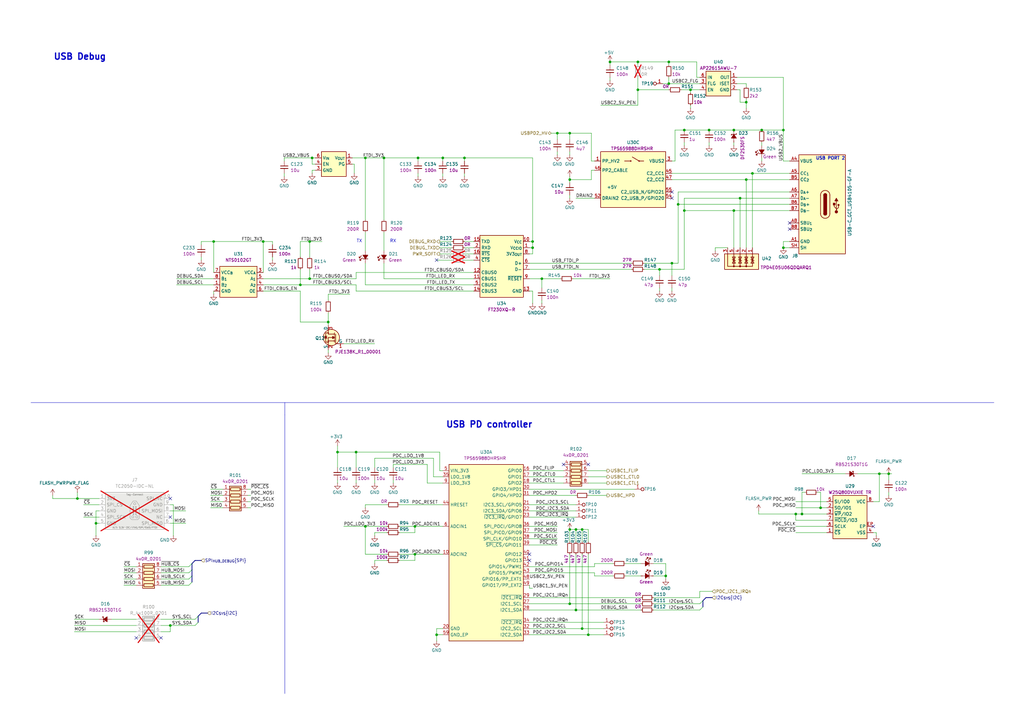
<source format=kicad_sch>
(kicad_sch (version 20250114) (generator "eeschema") (generator_version "9.0")
  (paper "A3")
  (title_block (title "Jetson AGX Thor Baseboard") (date "2025-08-11") (rev "1.0.0") (company "Antmicro Ltd") (comment 1 "www.antmicro.com"))
  (lib_symbols
    (symbol "+3V3_1" (power) (pin_numbers (hide yes)) (pin_names (hide yes))
      (property "Value" "+3V3_1" (at -3.175 2.54 0))
      (symbol "+3V3_1_1_1"
        (pin power_in line (at 0 0 90) (length 0) (hide yes) (name "+3V3") (number "1"))
      )
    )
    (symbol "+3V3_3" (power) (pin_numbers (hide yes)) (pin_names (hide yes))
      (property "Value" "+3V3_3" (at -3.175 2.54 0))
      (symbol "+3V3_3_1_1"
        (pin power_in line (at 0 0 90) (length 0) (hide yes) (name "+3V3") (number "1"))
      )
    )
    (symbol "+5V_1" (power) (pin_numbers (hide yes)) (pin_names (hide yes))
      (property "Value" "+5V_1" (at 15.24 -5.08 0))
      (symbol "+5V_1_1_1"
        (pin power_in line (at 0 0 90) (length 0) (name "+5V") (number "1"))
      )
    )
    (symbol "+5V_2" (power) (pin_numbers (hide yes)) (pin_names (hide yes))
      (property "Value" "+5V_2" (at 15.24 -5.08 0))
      (symbol "+5V_2_1_1"
        (pin power_in line (at 0 0 90) (length 0) (name "+5V") (number "1"))
      )
    )
    (symbol "AP22615A_TSOT26_1"
      (property "Reference" "U" (at 30.48 -2.54 0))
      (property "MPN" "AP22615AWU-7" (at 30.48 -12.7 0))
      (symbol "AP22615A_TSOT26_1_1_1"
        (pin power_in line (at 0 0 0) (length 2.54) (name "IN") (number "6"))
        (pin output line (at 0 -2.54 0) (length 2.54) (name "FLG") (number "3"))
        (pin input line (at 0 -5.08 0) (length 2.54) (name "EN") (number "4"))
        (pin power_out line (at 15.24 0 180) (length 2.54) (name "OUT") (number "1"))
        (pin passive line (at 15.24 -2.54 180) (length 2.54) (name "ISET") (number "5"))
        (pin power_in line (at 15.24 -5.08 180) (length 2.54) (name "GND") (number "2"))
      )
    )
    (symbol "C_100n_0402_1" (pin_numbers (hide yes)) (pin_names (hide yes))
      (property "Reference" "C" (at 20.32 -5.08 0))
      (property "Val" "100n" (at 20.32 -7.62 0))
      (symbol "C_100n_0402_1_1_1"
        (pin passive line (at 0 0 0) (length 2.032) (name "~") (number "1"))
        (pin passive line (at 5.08 0 180) (length 2.032) (name "~") (number "2"))
      )
    )
    (symbol "C_100n_0402_2" (pin_numbers (hide yes)) (pin_names (hide yes))
      (property "Reference" "C" (at 20.32 -5.08 0))
      (property "Val" "100n" (at 20.32 -7.62 0))
      (symbol "C_100n_0402_2_1_1"
        (pin passive line (at 0 0 0) (length 2.032) (name "~") (number "1"))
        (pin passive line (at 5.08 0 180) (length 2.032) (name "~") (number "2"))
      )
    )
    (symbol "C_100n_0402_3" (pin_numbers (hide yes)) (pin_names (hide yes))
      (property "Reference" "C" (at 20.32 -5.08 0))
      (property "Val" "100n" (at 20.32 -7.62 0))
      (symbol "C_100n_0402_3_1_1"
        (pin passive line (at 0 0 0) (length 2.032) (name "~") (number "1"))
        (pin passive line (at 5.08 0 180) (length 2.032) (name "~") (number "2"))
      )
    )
    (symbol "C_100n_0402_4" (pin_numbers (hide yes)) (pin_names (hide yes))
      (property "Reference" "C" (at 20.32 -5.08 0))
      (property "Val" "100n" (at 20.32 -7.62 0))
      (symbol "C_100n_0402_4_1_1"
        (pin passive line (at 0 0 0) (length 2.032) (name "~") (number "1"))
        (pin passive line (at 5.08 0 180) (length 2.032) (name "~") (number "2"))
      )
    )
    (symbol "C_100n_0402_5" (pin_numbers (hide yes)) (pin_names (hide yes))
      (property "Reference" "C" (at 20.32 -5.08 0))
      (property "Val" "100n" (at 20.32 -7.62 0))
      (symbol "C_100n_0402_5_1_1"
        (pin passive line (at 0 0 0) (length 2.032) (name "~") (number "1"))
        (pin passive line (at 5.08 0 180) (length 2.032) (name "~") (number "2"))
      )
    )
    (symbol "C_100n_0402_6" (pin_numbers (hide yes)) (pin_names (hide yes))
      (property "Reference" "C" (at 20.32 -5.08 0))
      (property "Val" "100n" (at 20.32 -7.62 0))
      (symbol "C_100n_0402_6_1_1"
        (pin passive line (at 0 0 0) (length 2.032) (name "~") (number "1"))
        (pin passive line (at 5.08 0 180) (length 2.032) (name "~") (number "2"))
      )
    )
    (symbol "C_100n_0402_7" (pin_numbers (hide yes)) (pin_names (hide yes))
      (property "Reference" "C" (at 20.32 -5.08 0))
      (property "Val" "100n" (at 20.32 -7.62 0))
      (symbol "C_100n_0402_7_1_1"
        (pin passive line (at 0 0 0) (length 2.032) (name "~") (number "1"))
        (pin passive line (at 5.08 0 180) (length 2.032) (name "~") (number "2"))
      )
    )
    (symbol "C_100n_0402_8" (pin_numbers (hide yes)) (pin_names (hide yes))
      (property "Reference" "C" (at 20.32 -5.08 0))
      (property "Val" "100n" (at 20.32 -7.62 0))
      (symbol "C_100n_0402_8_1_1"
        (pin passive line (at 0 0 0) (length 2.032) (name "~") (number "1"))
        (pin passive line (at 5.08 0 180) (length 2.032) (name "~") (number "2"))
      )
    )
    (symbol "C_4u7_25V_0402_1" (pin_numbers (hide yes)) (pin_names (hide yes))
      (property "Reference" "C" (at 20.32 -5.08 0))
      (property "Val" "4u7" (at 20.32 -7.62 0))
      (symbol "C_4u7_25V_0402_1_1_1"
        (pin passive line (at 0 0 0) (length 2.032) (name "~") (number "1"))
        (pin passive line (at 5.08 0 180) (length 2.032) (name "~") (number "2"))
      )
    )
    (symbol "DF2S30FS_SOD_1" (pin_numbers (hide yes)) (pin_names (hide yes))
      (property "Reference" "D" (at 21.59 -2.54 0))
      (property "MPN" "DF2S30FS" (at 21.59 -5.08 0))
      (symbol "DF2S30FS_SOD_1_1_1"
        (pin passive line (at 0 0 0) (length 0.635) (name "C") (number "1"))
        (pin passive line (at 5.08 0 180) (length 0.635) (name "A") (number "2"))
      )
    )
    (symbol "GND_3" (power) (pin_numbers (hide yes)) (pin_names (hide yes))
      (property "Value" "GND_3" (at 8.89 -5.08 0))
      (symbol "GND_3_1_1"
        (pin power_in line (at 0 0 270) (length 0) (name "GND") (number "1"))
      )
    )
    (symbol "LED_G_0603_LTST-C190GKT_1" (pin_numbers (hide yes)) (pin_names (hide yes))
      (property "Reference" "D" (at 22.86 -2.54 0))
      (property "Color" "Green" (at 22.86 -5.08 0))
      (symbol "LED_G_0603_LTST-C190GKT_1_1_1"
        (pin passive line (at 0 0 0) (length 0.635) (name "C") (number "1"))
        (pin passive line (at 5.08 0 180) (length 0.635) (name "A") (number "2"))
      )
    )
    (symbol "LED_G_0603_LTST-C190GKT_2" (pin_numbers (hide yes)) (pin_names (hide yes))
      (property "Reference" "D" (at 22.86 -2.54 0))
      (property "Color" "Green" (at 22.86 -5.08 0))
      (symbol "LED_G_0603_LTST-C190GKT_2_1_1"
        (pin passive line (at 0 0 0) (length 0.635) (name "C") (number "1"))
        (pin passive line (at 5.08 0 180) (length 0.635) (name "A") (number "2"))
      )
    )
    (symbol "LED_G_0603_LTST-C190GKT_3" (pin_numbers (hide yes)) (pin_names (hide yes))
      (property "Reference" "D" (at 22.86 -2.54 0))
      (property "Color" "Green" (at 22.86 -5.08 0))
      (symbol "LED_G_0603_LTST-C190GKT_3_1_1"
        (pin passive line (at 0 0 0) (length 0.635) (name "C") (number "1"))
        (pin passive line (at 5.08 0 180) (length 0.635) (name "A") (number "2"))
      )
    )
    (symbol "LED_G_0603_LTST-C190GKT_4" (pin_numbers (hide yes)) (pin_names (hide yes))
      (property "Reference" "D" (at 22.86 -2.54 0))
      (property "Color" "Green" (at 22.86 -5.08 0))
      (symbol "LED_G_0603_LTST-C190GKT_4_1_1"
        (pin passive line (at 0 0 0) (length 0.635) (name "C") (number "1"))
        (pin passive line (at 5.08 0 180) (length 0.635) (name "A") (number "2"))
      )
    )
    (symbol "LED_G_0603_LTST-C190GKT_5" (pin_numbers (hide yes)) (pin_names (hide yes))
      (property "Reference" "D" (at 22.86 -2.54 0))
      (property "Color" "Green" (at 22.86 -5.08 0))
      (symbol "LED_G_0603_LTST-C190GKT_5_1_1"
        (pin passive line (at 0 0 0) (length 0.635) (name "C") (number "1"))
        (pin passive line (at 5.08 0 180) (length 0.635) (name "A") (number "2"))
      )
    )
    (symbol "R_0R_0402_1" (pin_numbers (hide yes)) (pin_names (hide yes))
      (property "Reference" "R" (at 20.32 -5.08 0))
      (property "Val" "0R" (at 20.32 -7.62 0))
      (symbol "R_0R_0402_1_1_1"
        (pin passive line (at 0 0 0) (length 0.635) (name "~") (number "1"))
        (pin passive line (at 5.08 0 180) (length 0.635) (name "~") (number "2"))
      )
    )
    (symbol "R_0R_0402_10" (pin_numbers (hide yes)) (pin_names (hide yes))
      (property "Reference" "R" (at 20.32 -5.08 0))
      (property "Val" "0R" (at 20.32 -7.62 0))
      (symbol "R_0R_0402_10_1_1"
        (pin passive line (at 0 0 0) (length 0.635) (name "~") (number "1"))
        (pin passive line (at 5.08 0 180) (length 0.635) (name "~") (number "2"))
      )
    )
    (symbol "R_0R_0402_11" (pin_numbers (hide yes)) (pin_names (hide yes))
      (property "Reference" "R" (at 20.32 -5.08 0))
      (property "Val" "0R" (at 20.32 -7.62 0))
      (symbol "R_0R_0402_11_1_1"
        (pin passive line (at 0 0 0) (length 0.635) (name "~") (number "1"))
        (pin passive line (at 5.08 0 180) (length 0.635) (name "~") (number "2"))
      )
    )
    (symbol "R_0R_0402_2" (pin_numbers (hide yes)) (pin_names (hide yes))
      (property "Reference" "R" (at 20.32 -5.08 0))
      (property "Val" "0R" (at 20.32 -7.62 0))
      (symbol "R_0R_0402_2_1_1"
        (pin passive line (at 0 0 0) (length 0.635) (name "~") (number "1"))
        (pin passive line (at 5.08 0 180) (length 0.635) (name "~") (number "2"))
      )
    )
    (symbol "R_0R_0402_3" (pin_numbers (hide yes)) (pin_names (hide yes))
      (property "Reference" "R" (at 20.32 -5.08 0))
      (property "Val" "0R" (at 20.32 -7.62 0))
      (symbol "R_0R_0402_3_1_1"
        (pin passive line (at 0 0 0) (length 0.635) (name "~") (number "1"))
        (pin passive line (at 5.08 0 180) (length 0.635) (name "~") (number "2"))
      )
    )
    (symbol "R_0R_0402_4" (pin_numbers (hide yes)) (pin_names (hide yes))
      (property "Reference" "R" (at 20.32 -5.08 0))
      (property "Val" "0R" (at 20.32 -7.62 0))
      (symbol "R_0R_0402_4_1_1"
        (pin passive line (at 0 0 0) (length 0.635) (name "~") (number "1"))
        (pin passive line (at 5.08 0 180) (length 0.635) (name "~") (number "2"))
      )
    )
    (symbol "R_0R_0402_5" (pin_numbers (hide yes)) (pin_names (hide yes))
      (property "Reference" "R" (at 20.32 -5.08 0))
      (property "Val" "0R" (at 20.32 -7.62 0))
      (symbol "R_0R_0402_5_1_1"
        (pin passive line (at 0 0 0) (length 0.635) (name "~") (number "1"))
        (pin passive line (at 5.08 0 180) (length 0.635) (name "~") (number "2"))
      )
    )
    (symbol "R_0R_0402_6" (pin_numbers (hide yes)) (pin_names (hide yes))
      (property "Reference" "R" (at 20.32 -5.08 0))
      (property "Val" "0R" (at 20.32 -7.62 0))
      (symbol "R_0R_0402_6_1_1"
        (pin passive line (at 0 0 0) (length 0.635) (name "~") (number "1"))
        (pin passive line (at 5.08 0 180) (length 0.635) (name "~") (number "2"))
      )
    )
    (symbol "R_0R_0402_7" (pin_numbers (hide yes)) (pin_names (hide yes))
      (property "Reference" "R" (at 20.32 -5.08 0))
      (property "Val" "0R" (at 20.32 -7.62 0))
      (symbol "R_0R_0402_7_1_1"
        (pin passive line (at 0 0 0) (length 0.635) (name "~") (number "1"))
        (pin passive line (at 5.08 0 180) (length 0.635) (name "~") (number "2"))
      )
    )
    (symbol "R_0R_0402_8" (pin_numbers (hide yes)) (pin_names (hide yes))
      (property "Reference" "R" (at 20.32 -5.08 0))
      (property "Val" "0R" (at 20.32 -7.62 0))
      (symbol "R_0R_0402_8_1_1"
        (pin passive line (at 0 0 0) (length 0.635) (name "~") (number "1"))
        (pin passive line (at 5.08 0 180) (length 0.635) (name "~") (number "2"))
      )
    )
    (symbol "R_0R_0402_9" (pin_numbers (hide yes)) (pin_names (hide yes))
      (property "Reference" "R" (at 20.32 -5.08 0))
      (property "Val" "0R" (at 20.32 -7.62 0))
      (symbol "R_0R_0402_9_1_1"
        (pin passive line (at 0 0 0) (length 0.635) (name "~") (number "1"))
        (pin passive line (at 5.08 0 180) (length 0.635) (name "~") (number "2"))
      )
    )
    (symbol "R_100k_0402_1" (pin_numbers (hide yes)) (pin_names (hide yes))
      (property "Reference" "R" (at 20.32 -5.08 0))
      (property "Val" "100k" (at 20.32 -7.62 0))
      (symbol "R_100k_0402_1_1_1"
        (pin passive line (at 0 0 0) (length 0.635) (name "~") (number "1"))
        (pin passive line (at 5.08 0 180) (length 0.635) (name "~") (number "2"))
      )
    )
    (symbol "R_10k_0402_1" (pin_numbers (hide yes)) (pin_names (hide yes))
      (property "Reference" "R" (at 20.32 -5.08 0))
      (property "Val" "10k" (at 20.32 -7.62 0))
      (symbol "R_10k_0402_1_1_1"
        (pin passive line (at 0 0 0) (length 0.635) (name "~") (number "1"))
        (pin passive line (at 5.08 0 180) (length 0.635) (name "~") (number "2"))
      )
    )
    (symbol "R_10k_0402_2" (pin_numbers (hide yes)) (pin_names (hide yes))
      (property "Reference" "R" (at 20.32 -5.08 0))
      (property "Val" "10k" (at 20.32 -7.62 0))
      (symbol "R_10k_0402_2_1_1"
        (pin passive line (at 0 0 0) (length 0.635) (name "~") (number "1"))
        (pin passive line (at 5.08 0 180) (length 0.635) (name "~") (number "2"))
      )
    )
    (symbol "R_10k_0402_3" (pin_numbers (hide yes)) (pin_names (hide yes))
      (property "Reference" "R" (at 20.32 -5.08 0))
      (property "Val" "10k" (at 20.32 -7.62 0))
      (symbol "R_10k_0402_3_1_1"
        (pin passive line (at 0 0 0) (length 0.635) (name "~") (number "1"))
        (pin passive line (at 5.08 0 180) (length 0.635) (name "~") (number "2"))
      )
    )
    (symbol "R_10k_0402_4" (pin_numbers (hide yes)) (pin_names (hide yes))
      (property "Reference" "R" (at 20.32 -5.08 0))
      (property "Val" "10k" (at 20.32 -7.62 0))
      (symbol "R_10k_0402_4_1_1"
        (pin passive line (at 0 0 0) (length 0.635) (name "~") (number "1"))
        (pin passive line (at 5.08 0 180) (length 0.635) (name "~") (number "2"))
      )
    )
    (symbol "R_200R_0402_1" (pin_numbers (hide yes)) (pin_names (hide yes))
      (property "Reference" "R" (at 20.32 -5.08 0))
      (property "Val" "200R" (at 20.32 -7.62 0))
      (symbol "R_200R_0402_1_1_1"
        (pin passive line (at 0 0 0) (length 0.635) (name "~") (number "1"))
        (pin passive line (at 5.08 0 180) (length 0.635) (name "~") (number "2"))
      )
    )
    (symbol "R_200R_0402_2" (pin_numbers (hide yes)) (pin_names (hide yes))
      (property "Reference" "R" (at 20.32 -5.08 0))
      (property "Val" "200R" (at 20.32 -7.62 0))
      (symbol "R_200R_0402_2_1_1"
        (pin passive line (at 0 0 0) (length 0.635) (name "~") (number "1"))
        (pin passive line (at 5.08 0 180) (length 0.635) (name "~") (number "2"))
      )
    )
    (symbol "R_2k2_0402_1" (pin_numbers (hide yes)) (pin_names (hide yes))
      (property "Reference" "R" (at 20.32 -5.08 0))
      (property "Val" "2k2" (at 20.32 -7.62 0))
      (symbol "R_2k2_0402_1_1_1"
        (pin passive line (at 0 0 0) (length 0.635) (name "~") (number "1"))
        (pin passive line (at 5.08 0 180) (length 0.635) (name "~") (number "2"))
      )
    )
    (symbol "R_4k7_0402_1" (pin_numbers (hide yes)) (pin_names (hide yes))
      (property "Reference" "R" (at 20.32 -5.08 0))
      (property "Val" "4k7" (at 20.32 -7.62 0))
      (symbol "R_4k7_0402_1_1_1"
        (pin passive line (at 0 0 0) (length 0.635) (name "~") (number "1"))
        (pin passive line (at 5.08 0 180) (length 0.635) (name "~") (number "2"))
      )
    )
    (symbol "R_4k7_0402_2" (pin_numbers (hide yes)) (pin_names (hide yes))
      (property "Reference" "R" (at 20.32 -5.08 0))
      (property "Val" "4k7" (at 20.32 -7.62 0))
      (symbol "R_4k7_0402_2_1_1"
        (pin passive line (at 0 0 0) (length 0.635) (name "~") (number "1"))
        (pin passive line (at 5.08 0 180) (length 0.635) (name "~") (number "2"))
      )
    )
    (symbol "R_4k7_0402_3" (pin_numbers (hide yes)) (pin_names (hide yes))
      (property "Reference" "R" (at 20.32 -5.08 0))
      (property "Val" "4k7" (at 20.32 -7.62 0))
      (symbol "R_4k7_0402_3_1_1"
        (pin passive line (at 0 0 0) (length 0.635) (name "~") (number "1"))
        (pin passive line (at 5.08 0 180) (length 0.635) (name "~") (number "2"))
      )
    )
    (symbol "R_4k7_0402_4" (pin_numbers (hide yes)) (pin_names (hide yes))
      (property "Reference" "R" (at 20.32 -5.08 0))
      (property "Val" "4k7" (at 20.32 -7.62 0))
      (symbol "R_4k7_0402_4_1_1"
        (pin passive line (at 0 0 0) (length 0.635) (name "~") (number "1"))
        (pin passive line (at 5.08 0 180) (length 0.635) (name "~") (number "2"))
      )
    )
    (symbol "R_4k7_0402_5" (pin_numbers (hide yes)) (pin_names (hide yes))
      (property "Reference" "R" (at 20.32 -5.08 0))
      (property "Val" "4k7" (at 20.32 -7.62 0))
      (symbol "R_4k7_0402_5_1_1"
        (pin passive line (at 0 0 0) (length 0.635) (name "~") (number "1"))
        (pin passive line (at 5.08 0 180) (length 0.635) (name "~") (number "2"))
      )
    )
    (symbol "TPD4E05U06QDQARQ1_1"
      (property "Reference" "U" (at 24.13 0 0))
      (property "MPN" "TPD4E05U06QDQARQ1" (at 24.13 -2.54 0))
      (symbol "TPD4E05U06QDQARQ1_1_1_1"
        (pin passive line (at 0 0 0) (length 2.54) (name "~") (number "1"))
        (pin passive line (at 0 0 0) (length 2.54) (hide yes) (name "~") (number "10"))
        (pin passive line (at 0 -2.54 0) (length 2.54) (name "~") (number "2"))
        (pin passive line (at 0 -2.54 0) (length 2.54) (hide yes) (name "~") (number "9"))
        (pin passive line (at 0 -5.08 0) (length 2.54) (name "~") (number "4"))
        (pin passive line (at 0 -5.08 0) (length 2.54) (hide yes) (name "~") (number "7"))
        (pin passive line (at 0 -7.62 0) (length 2.54) (name "~") (number "5"))
        (pin passive line (at 0 -7.62 0) (length 2.54) (hide yes) (name "~") (number "6"))
        (pin power_in line (at 0 -10.16 0) (length 2.54) (name "~") (number "3"))
        (pin passive line (at 0 -10.16 0) (length 2.54) (hide yes) (name "~") (number "8"))
      )
    )
    (symbol "TPS65988DHRSHR_1"
      (property "Reference" "U" (at 49.53 -2.54 0))
      (property "MPN" "TPS65988DHRSHR " (at 49.53 -12.7 0))
      (symbol "TPS65988DHRSHR_1_1_1"
        (pin power_in line (at 0 0 0) (length 2.54) (name "VIN_3V3") (number "5"))
        (pin power_out line (at 0 -2.54 0) (length 2.54) (name "LDO_1V8") (number "35"))
        (pin power_out line (at 0 -5.08 0) (length 2.54) (name "LDO_3V3") (number "9"))
        (pin input line (at 0 -13.97 0) (length 2.54) (name "HRESET") (number "44"))
        (pin input line (at 0 -22.86 0) (length 2.54) (name "ADCIN1") (number "6"))
        (pin input line (at 0 -34.29 0) (length 2.54) (name "ADCIN2") (number "10"))
        (pin power_in line (at 0 -64.77 0) (length 2.54) (name "GND") (number "20"))
        (pin passive line (at 0 -64.77 0) (length 2.54) (hide yes) (name "GND") (number "51"))
        (pin power_in line (at 0 -67.31 0) (length 2.54) (name "GND_EP") (number "59"))
        (pin bidirectional line (at 35.56 0 180) (length 2.54) (name "GPIO0") (number "16"))
        (pin bidirectional line (at 35.56 -2.54 180) (length 2.54) (name "GPIO1") (number "17"))
        (pin bidirectional line (at 35.56 -5.08 180) (length 2.54) (name "GPIO2") (number "18"))
        (pin bidirectional line (at 35.56 -7.62 180) (length 2.54) (name "GPIO3/HPD1") (number "30"))
        (pin bidirectional line (at 35.56 -10.16 180) (length 2.54) (name "GPIO4/HPD2") (number "31"))
        (pin bidirectional line (at 35.56 -13.97 180) (length 2.54) (name "I2C3_SCL/GPIO5") (number "21"))
        (pin bidirectional line (at 35.56 -16.51 180) (length 2.54) (name "I2C3_SDA/GPIO6") (number "22"))
        (pin bidirectional line (at 35.56 -19.05 180) (length 2.54) (name "~{I2C3_IRQ}/GPIO7") (number "23"))
        (pin bidirectional line (at 35.56 -22.86 180) (length 2.54) (name "SPI_POCI/GPIO8") (number "36"))
        (pin bidirectional line (at 35.56 -25.4 180) (length 2.54) (name "SPI_PICO/GPIO9") (number "37"))
        (pin bidirectional line (at 35.56 -27.94 180) (length 2.54) (name "SPI_CLK/GPIO10") (number "38"))
        (pin bidirectional line (at 35.56 -30.48 180) (length 2.54) (name "~{SPI_CS}/GPIO11") (number "39"))
        (pin bidirectional line (at 35.56 -34.29 180) (length 2.54) (name "GPIO12") (number "40"))
        (pin bidirectional line (at 35.56 -36.83 180) (length 2.54) (name "GPIO13") (number "41"))
        (pin bidirectional line (at 35.56 -39.37 180) (length 2.54) (name "GPIO14/PWM1") (number "42"))
        (pin bidirectional line (at 35.56 -41.91 180) (length 2.54) (name "GPIO15/PWM2") (number "43"))
        (pin bidirectional line (at 35.56 -44.45 180) (length 2.54) (name "GPIO16/PP_EXT1") (number "48"))
        (pin bidirectional line (at 35.56 -46.99 180) (length 2.54) (name "GPIO17/PP_EXT2") (number "49"))
        (pin output line (at 35.56 -52.07 180) (length 2.54) (name "~{I2C1_IRQ}") (number "29"))
        (pin bidirectional line (at 35.56 -54.61 180) (length 2.54) (name "I2C1_SCL") (number "27"))
        (pin bidirectional line (at 35.56 -57.15 180) (length 2.54) (name "I2C1_SDA") (number "28"))
        (pin output line (at 35.56 -62.23 180) (length 2.54) (name "~{I2C2_IRQ}") (number "34"))
        (pin bidirectional line (at 35.56 -64.77 180) (length 2.54) (name "I2C2_SCL") (number "32"))
        (pin bidirectional line (at 35.56 -67.31 180) (length 2.54) (name "I2C2_SDA") (number "33"))
      )
      (symbol "TPS65988DHRSHR_1_2_1"
        (pin bidirectional line (at 0 0 0) (length 2.54) (name "VBUS1") (number "13"))
        (pin bidirectional line (at 0 -5.08 0) (length 2.54) (name "C1_CC1") (number "24"))
        (pin bidirectional line (at 0 -7.62 0) (length 2.54) (name "C1_CC2") (number "26"))
        (pin bidirectional line (at 0 -12.7 0) (length 2.54) (name "C1_USB_N/GPIO19") (number "53"))
        (pin bidirectional line (at 0 -15.24 0) (length 2.54) (name "C1_USB_P/GPIO18") (number "50"))
        (pin bidirectional line (at 31.75 0 180) (length 2.54) (name "PP_HV1") (number "11"))
        (pin power_in line (at 31.75 -3.81 180) (length 2.54) (name "PP1_CABLE") (number "25"))
        (pin passive line (at 31.75 -15.24 180) (length 2.54) (name "DRAIN1") (number "15"))
        (pin passive line (at 31.75 -15.24 180) (length 2.54) (hide yes) (name "DRAIN1") (number "19"))
        (pin passive line (at 31.75 -15.24 180) (length 2.54) (hide yes) (name "DRAIN1") (number "58"))
        (pin passive line (at 31.75 -15.24 180) (length 2.54) (hide yes) (name "DRAIN1") (number "8"))
      )
      (symbol "TPS65988DHRSHR_1_3_1"
        (pin bidirectional line (at 0 0 0) (length 2.54) (name "VBUS2") (number "3"))
        (pin bidirectional line (at 0 -5.08 0) (length 2.54) (name "C2_CC1") (number "45"))
        (pin bidirectional line (at 0 -7.62 0) (length 2.54) (name "C2_CC2") (number "47"))
        (pin bidirectional line (at 0 -12.7 0) (length 2.54) (name "C2_USB_N/GPIO21") (number "55"))
        (pin bidirectional line (at 0 -15.24 0) (length 2.54) (name "C2_USB_P/GPIO20") (number "54"))
        (pin bidirectional line (at 31.75 0 180) (length 2.54) (name "PP_HV2") (number "1"))
        (pin power_in line (at 31.75 -3.81 180) (length 2.54) (name "PP2_CABLE") (number "46"))
        (pin passive line (at 31.75 -15.24 180) (length 2.54) (name "DRAIN2") (number "52"))
        (pin passive line (at 31.75 -15.24 180) (length 2.54) (hide yes) (name "DRAIN2") (number "56"))
        (pin passive line (at 31.75 -15.24 180) (length 2.54) (hide yes) (name "DRAIN2") (number "57"))
        (pin passive line (at 31.75 -15.24 180) (length 2.54) (hide yes) (name "DRAIN2") (number "7"))
      )
    )
    (symbol "TPS65988DHRSHR_2"
      (property "Reference" "U" (at 49.53 -2.54 0))
      (property "MPN" "TPS65988DHRSHR " (at 49.53 -12.7 0))
      (symbol "TPS65988DHRSHR_2_1_1"
        (pin power_in line (at 0 0 0) (length 2.54) (name "VIN_3V3") (number "5"))
        (pin power_out line (at 0 -2.54 0) (length 2.54) (name "LDO_1V8") (number "35"))
        (pin power_out line (at 0 -5.08 0) (length 2.54) (name "LDO_3V3") (number "9"))
        (pin input line (at 0 -13.97 0) (length 2.54) (name "HRESET") (number "44"))
        (pin input line (at 0 -22.86 0) (length 2.54) (name "ADCIN1") (number "6"))
        (pin input line (at 0 -34.29 0) (length 2.54) (name "ADCIN2") (number "10"))
        (pin power_in line (at 0 -64.77 0) (length 2.54) (name "GND") (number "20"))
        (pin passive line (at 0 -64.77 0) (length 2.54) (hide yes) (name "GND") (number "51"))
        (pin power_in line (at 0 -67.31 0) (length 2.54) (name "GND_EP") (number "59"))
        (pin bidirectional line (at 35.56 0 180) (length 2.54) (name "GPIO0") (number "16"))
        (pin bidirectional line (at 35.56 -2.54 180) (length 2.54) (name "GPIO1") (number "17"))
        (pin bidirectional line (at 35.56 -5.08 180) (length 2.54) (name "GPIO2") (number "18"))
        (pin bidirectional line (at 35.56 -7.62 180) (length 2.54) (name "GPIO3/HPD1") (number "30"))
        (pin bidirectional line (at 35.56 -10.16 180) (length 2.54) (name "GPIO4/HPD2") (number "31"))
        (pin bidirectional line (at 35.56 -13.97 180) (length 2.54) (name "I2C3_SCL/GPIO5") (number "21"))
        (pin bidirectional line (at 35.56 -16.51 180) (length 2.54) (name "I2C3_SDA/GPIO6") (number "22"))
        (pin bidirectional line (at 35.56 -19.05 180) (length 2.54) (name "~{I2C3_IRQ}/GPIO7") (number "23"))
        (pin bidirectional line (at 35.56 -22.86 180) (length 2.54) (name "SPI_POCI/GPIO8") (number "36"))
        (pin bidirectional line (at 35.56 -25.4 180) (length 2.54) (name "SPI_PICO/GPIO9") (number "37"))
        (pin bidirectional line (at 35.56 -27.94 180) (length 2.54) (name "SPI_CLK/GPIO10") (number "38"))
        (pin bidirectional line (at 35.56 -30.48 180) (length 2.54) (name "~{SPI_CS}/GPIO11") (number "39"))
        (pin bidirectional line (at 35.56 -34.29 180) (length 2.54) (name "GPIO12") (number "40"))
        (pin bidirectional line (at 35.56 -36.83 180) (length 2.54) (name "GPIO13") (number "41"))
        (pin bidirectional line (at 35.56 -39.37 180) (length 2.54) (name "GPIO14/PWM1") (number "42"))
        (pin bidirectional line (at 35.56 -41.91 180) (length 2.54) (name "GPIO15/PWM2") (number "43"))
        (pin bidirectional line (at 35.56 -44.45 180) (length 2.54) (name "GPIO16/PP_EXT1") (number "48"))
        (pin bidirectional line (at 35.56 -46.99 180) (length 2.54) (name "GPIO17/PP_EXT2") (number "49"))
        (pin output line (at 35.56 -52.07 180) (length 2.54) (name "~{I2C1_IRQ}") (number "29"))
        (pin bidirectional line (at 35.56 -54.61 180) (length 2.54) (name "I2C1_SCL") (number "27"))
        (pin bidirectional line (at 35.56 -57.15 180) (length 2.54) (name "I2C1_SDA") (number "28"))
        (pin output line (at 35.56 -62.23 180) (length 2.54) (name "~{I2C2_IRQ}") (number "34"))
        (pin bidirectional line (at 35.56 -64.77 180) (length 2.54) (name "I2C2_SCL") (number "32"))
        (pin bidirectional line (at 35.56 -67.31 180) (length 2.54) (name "I2C2_SDA") (number "33"))
      )
      (symbol "TPS65988DHRSHR_2_2_1"
        (pin bidirectional line (at 0 0 0) (length 2.54) (name "VBUS1") (number "13"))
        (pin bidirectional line (at 0 -5.08 0) (length 2.54) (name "C1_CC1") (number "24"))
        (pin bidirectional line (at 0 -7.62 0) (length 2.54) (name "C1_CC2") (number "26"))
        (pin bidirectional line (at 0 -12.7 0) (length 2.54) (name "C1_USB_N/GPIO19") (number "53"))
        (pin bidirectional line (at 0 -15.24 0) (length 2.54) (name "C1_USB_P/GPIO18") (number "50"))
        (pin bidirectional line (at 31.75 0 180) (length 2.54) (name "PP_HV1") (number "11"))
        (pin power_in line (at 31.75 -3.81 180) (length 2.54) (name "PP1_CABLE") (number "25"))
        (pin passive line (at 31.75 -15.24 180) (length 2.54) (name "DRAIN1") (number "15"))
        (pin passive line (at 31.75 -15.24 180) (length 2.54) (hide yes) (name "DRAIN1") (number "19"))
        (pin passive line (at 31.75 -15.24 180) (length 2.54) (hide yes) (name "DRAIN1") (number "58"))
        (pin passive line (at 31.75 -15.24 180) (length 2.54) (hide yes) (name "DRAIN1") (number "8"))
      )
      (symbol "TPS65988DHRSHR_2_3_1"
        (pin bidirectional line (at 0 0 0) (length 2.54) (name "VBUS2") (number "3"))
        (pin bidirectional line (at 0 -5.08 0) (length 2.54) (name "C2_CC1") (number "45"))
        (pin bidirectional line (at 0 -7.62 0) (length 2.54) (name "C2_CC2") (number "47"))
        (pin bidirectional line (at 0 -12.7 0) (length 2.54) (name "C2_USB_N/GPIO21") (number "55"))
        (pin bidirectional line (at 0 -15.24 0) (length 2.54) (name "C2_USB_P/GPIO20") (number "54"))
        (pin bidirectional line (at 31.75 0 180) (length 2.54) (name "PP_HV2") (number "1"))
        (pin power_in line (at 31.75 -3.81 180) (length 2.54) (name "PP2_CABLE") (number "46"))
        (pin passive line (at 31.75 -15.24 180) (length 2.54) (name "DRAIN2") (number "52"))
        (pin passive line (at 31.75 -15.24 180) (length 2.54) (hide yes) (name "DRAIN2") (number "56"))
        (pin passive line (at 31.75 -15.24 180) (length 2.54) (hide yes) (name "DRAIN2") (number "57"))
        (pin passive line (at 31.75 -15.24 180) (length 2.54) (hide yes) (name "DRAIN2") (number "7"))
      )
    )
    (symbol "TP_0.75mm_SMD_1" (pin_names (hide yes)) (in_bom no)
      (property "Reference" "TP" (at 10.16 -1.27 0))
      (symbol "TP_0.75mm_SMD_1_1_1"
        (pin passive line (at 0 0 0) (length 2.54) (name "1") (number "1"))
      )
    )
    (symbol "TP_0.75mm_SMD_10" (pin_names (hide yes)) (in_bom no)
      (property "Reference" "TP" (at 10.16 -1.27 0))
      (symbol "TP_0.75mm_SMD_10_1_1"
        (pin passive line (at 0 0 0) (length 2.54) (name "1") (number "1"))
      )
    )
    (symbol "TP_0.75mm_SMD_2" (pin_names (hide yes)) (in_bom no)
      (property "Reference" "TP" (at 10.16 -1.27 0))
      (symbol "TP_0.75mm_SMD_2_1_1"
        (pin passive line (at 0 0 0) (length 2.54) (name "1") (number "1"))
      )
    )
    (symbol "TP_0.75mm_SMD_3" (pin_names (hide yes)) (in_bom no)
      (property "Reference" "TP" (at 10.16 -1.27 0))
      (symbol "TP_0.75mm_SMD_3_1_1"
        (pin passive line (at 0 0 0) (length 2.54) (name "1") (number "1"))
      )
    )
    (symbol "TP_0.75mm_SMD_4" (pin_names (hide yes)) (in_bom no)
      (property "Reference" "TP" (at 10.16 -1.27 0))
      (symbol "TP_0.75mm_SMD_4_1_1"
        (pin passive line (at 0 0 0) (length 2.54) (name "1") (number "1"))
      )
    )
    (symbol "TP_0.75mm_SMD_5" (pin_names (hide yes)) (in_bom no)
      (property "Reference" "TP" (at 10.16 -1.27 0))
      (symbol "TP_0.75mm_SMD_5_1_1"
        (pin passive line (at 0 0 0) (length 2.54) (name "1") (number "1"))
      )
    )
    (symbol "TP_0.75mm_SMD_6" (pin_names (hide yes)) (in_bom no)
      (property "Reference" "TP" (at 10.16 -1.27 0))
      (symbol "TP_0.75mm_SMD_6_1_1"
        (pin passive line (at 0 0 0) (length 2.54) (name "1") (number "1"))
      )
    )
    (symbol "TP_0.75mm_SMD_7" (pin_names (hide yes)) (in_bom no)
      (property "Reference" "TP" (at 10.16 -1.27 0))
      (symbol "TP_0.75mm_SMD_7_1_1"
        (pin passive line (at 0 0 0) (length 2.54) (name "1") (number "1"))
      )
    )
    (symbol "Tag-Connect_TC2050-IDC-NL_2x5_P1.27mm_1" (in_bom no)
      (property "Reference" "J" (at 38.1 -1.27 0))
      (property "MPN" "TC2050-IDC-NL" (at 38.1 -11.43 0))
      (symbol "Tag-Connect_TC2050-IDC-NL_2x5_P1.27mm_1_1_1"
        (text "Tag-Connect" (at 14.605 1.651 0) (effects (font (size 0.7 0.7))))
        (text "ALT: 3.3V I2C/JTAG/SPI/SWD/FTDI" (at 14.732 -11.938 0) (effects (font (size 0.7 0.7))))
        (pin passive line (at 0 0 0) (length 2.54) (name "1") (number "1") (alternate "3V3" passive line))
        (pin passive line (at 0 -2.54 0) (length 2.54) (name "2") (number "2") (alternate "SPI_CS" passive line))
        (pin passive line (at 0 -5.08 0) (length 2.54) (name "3") (number "3") (alternate "GND" passive line))
        (pin passive line (at 0 -7.62 0) (length 2.54) (name "4") (number "4") (alternate "SPI_SCK" passive line))
        (pin passive line (at 0 -10.16 0) (length 2.54) (name "5") (number "5") (alternate "GND" passive line))
        (pin passive line (at 29.21 0 180) (length 2.54) (name "10") (number "10") (alternate "SPI_NC" passive line))
        (pin passive line (at 29.21 -2.54 180) (length 2.54) (name "9") (number "9") (alternate "GND" passive line))
        (pin passive line (at 29.21 -5.08 180) (length 2.54) (name "8") (number "8") (alternate "SPI_MOSI" passive line))
        (pin passive line (at 29.21 -7.62 180) (length 2.54) (name "7") (number "7") (alternate "NC" passive line))
        (pin passive line (at 29.21 -10.16 180) (length 2.54) (name "6") (number "6") (alternate "SPI_MISO" passive line))
      )
    )
    (symbol "antmicroCapacitors0402:C_10u_0402" (pin_numbers (hide yes)) (pin_names (hide yes))
      (property "Reference" "C" (at 20.32 -5.08 0))
      (property "Val" "10u" (at 20.32 -7.62 0))
      (symbol "C_10u_0402_1_1"
        (pin passive line (at 0 0 0) (length 2.032) (name "~") (number "1"))
        (pin passive line (at 5.08 0 180) (length 2.032) (name "~") (number "2"))
      )
    )
    (symbol "antmicroCapacitors0402:C_1u_25V_0402" (pin_numbers (hide yes)) (pin_names (hide yes))
      (property "Reference" "C" (at 20.32 -5.08 0))
      (property "Val" "1u" (at 20.32 -7.62 0))
      (symbol "C_1u_25V_0402_1_1"
        (pin passive line (at 0 0 0) (length 2.032) (name "~") (number "1"))
        (pin passive line (at 5.08 0 180) (length 2.032) (name "~") (number "2"))
      )
    )
    (symbol "antmicroCapacitors0402:C_47p_0402" (pin_numbers (hide yes)) (pin_names (hide yes))
      (property "Reference" "C" (at 20.32 -5.08 0))
      (property "Val" "47p" (at 20.32 -7.62 0))
      (symbol "C_47p_0402_1_1"
        (pin passive line (at 0 0 0) (length 2.032) (name "~") (number "1"))
        (pin passive line (at 5.08 0 180) (length 2.032) (name "~") (number "2"))
      )
    )
    (symbol "antmicroCapacitors0603:C_10u_25V_0603" (pin_numbers (hide yes)) (pin_names (hide yes))
      (property "Reference" "C" (at 20.32 -5.08 0))
      (property "Val" "10u" (at 20.32 -7.62 0))
      (symbol "C_10u_25V_0603_1_1"
        (pin passive line (at 0 0 0) (length 2.032) (name "~") (number "1"))
        (pin passive line (at 5.08 0 180) (length 2.032) (name "~") (number "2"))
      )
    )
    (symbol "antmicroDiodesRectifiersSingle:RB521S30T1G" (pin_numbers (hide yes)) (pin_names (hide yes))
      (property "Reference" "D" (at 22.86 -5.08 0))
      (property "MPN" "RB521S30T1G" (at 22.86 -7.62 0))
      (symbol "RB521S30T1G_1_1"
        (pin passive line (at 0 0 0) (length 0.635) (name "C") (number "1"))
        (pin passive line (at 5.08 0 180) (length 0.635) (name "A") (number "2"))
      )
    )
    (symbol "antmicroInterfaceControllers:FT230X_QFN"
      (property "Reference" "U" (at 39.37 -7.62 0))
      (property "MPN" "FT230XQ-R" (at 39.37 -20.32 0))
      (symbol "FT230X_QFN_1_1"
        (pin power_in line (at 0 0 0) (length 2.54) (name "V_{CC}") (number "10"))
        (pin power_in line (at 0 -2.54 0) (length 2.54) (name "V_{CCIO}") (number "1"))
        (pin passive line (at 0 -5.08 0) (length 2.54) (name "3V3_{OUT}") (number "8"))
        (pin input line (at 0 -8.89 0) (length 2.54) (name "D+") (number "6"))
        (pin input line (at 0 -11.43 0) (length 2.54) (name "D-") (number "7"))
        (pin input line (at 0 -15.24 0) (length 2.54) (name "~{RESET}") (number "9"))
        (pin power_in line (at 0 -20.32 0) (length 2.54) (name "GND") (number "13"))
        (pin passive line (at 0 -20.32 0) (length 2.54) (hide yes) (name "GND") (number "17"))
        (pin passive line (at 0 -20.32 0) (length 2.54) (hide yes) (name "GND") (number "3"))
        (pin output line (at 22.86 0 180) (length 2.54) (name "TXD") (number "15"))
        (pin input line (at 22.86 -2.54 180) (length 2.54) (name "RXD") (number "2"))
        (pin output line (at 22.86 -5.08 180) (length 2.54) (name "~{RTS}") (number "16"))
        (pin input line (at 22.86 -7.62 180) (length 2.54) (name "~{CTS}") (number "4"))
        (pin bidirectional line (at 22.86 -12.7 180) (length 2.54) (name "CBUS0") (number "12"))
        (pin bidirectional line (at 22.86 -15.24 180) (length 2.54) (name "CBUS1") (number "11"))
        (pin bidirectional line (at 22.86 -17.78 180) (length 2.54) (name "CBUS2") (number "5"))
        (pin bidirectional line (at 22.86 -20.32 180) (length 2.54) (name "CBUS3") (number "14"))
      )
    )
    (symbol "antmicroLogicTranslatorsLevelShifters:NTS0102_XSON"
      (property "Reference" "U" (at 35.56 -2.54 0))
      (property "MPN" "NTS0102GT" (at 35.56 -5.08 0))
      (symbol "NTS0102_XSON_1_1"
        (pin power_in line (at 0 0 0) (length 2.54) (name "VCC_{A}") (number "3"))
        (pin bidirectional line (at 0 -2.54 0) (length 2.54) (name "A_{1}") (number "5"))
        (pin bidirectional line (at 0 -5.08 0) (length 2.54) (name "A_{2}") (number "4"))
        (pin input line (at 0 -7.62 0) (length 2.54) (name "OE") (number "6"))
        (pin power_in line (at 20.32 0 180) (length 2.54) (name "VCC_{B}") (number "7"))
        (pin bidirectional line (at 20.32 -2.54 180) (length 2.54) (name "B_{1}") (number "8"))
        (pin bidirectional line (at 20.32 -5.08 180) (length 2.54) (name "B_{2}") (number "1"))
        (pin power_in line (at 20.32 -7.62 180) (length 2.54) (name "GND") (number "2"))
      )
    )
    (symbol "antmicroMemory:W25Q80DV_USON"
      (property "Reference" "U" (at 38.1 -6.35 0))
      (property "MPN" "W25Q80DVUXIE TR" (at 38.1 -16.51 0))
      (symbol "W25Q80DV_USON_1_1"
        (pin input line (at 0 0 0) (length 2.54) (name "SI/IO0") (number "5"))
        (pin input line (at 0 -2.54 0) (length 2.54) (name "SO/IO1") (number "2"))
        (pin input line (at 0 -5.08 0) (length 2.54) (name "~{WP}/IO2") (number "3"))
        (pin input line (at 0 -7.62 0) (length 2.54) (name "~{HOLD}/IO3") (number "7"))
        (pin input line (at 0 -10.16 0) (length 2.54) (name "SCLK") (number "6"))
        (pin input line (at 0 -12.7 0) (length 2.54) (name "~{CS}") (number "1"))
        (pin power_in line (at 19.05 0 180) (length 2.54) (name "VCC") (number "8"))
        (pin power_in line (at 19.05 -10.16 180) (length 2.54) (name "EP") (number "EP"))
        (pin power_in line (at 19.05 -12.7 180) (length 2.54) (name "VSS") (number "4"))
      )
    )
    (symbol "antmicroPMICVoltageRegulatorsLinear:NCP730BMT330_WSON"
      (property "Reference" "U" (at 30.48 -2.54 0))
      (property "MPN" "NCP730BMT330TBG" (at 30.48 -12.7 0))
      (symbol "NCP730BMT330_WSON_1_1"
        (pin power_in line (at 0 0 0) (length 2.54) (name "V_{IN}") (number "6"))
        (pin input line (at 0 -2.54 0) (length 2.54) (name "EN") (number "4"))
        (pin power_in line (at 0 -5.08 0) (length 2.54) (name "GND") (number "3"))
        (pin passive line (at 0 -5.08 0) (length 2.54) (hide yes) (name "GND") (number "7"))
        (pin no_connect line (at 12.7 -5.08 180) (length 2.54) (hide yes) (name "NC") (number "2"))
        (pin power_out line (at 15.24 0 180) (length 2.54) (name "V_{OUT}") (number "1"))
        (pin open_collector line (at 15.24 -2.54 180) (length 2.54) (name "PG") (number "5"))
      )
    )
    (symbol "antmicroResistorNetworksArrays:R_4x0R_0201_array" (pin_names (hide yes))
      (property "Reference" "R" (at 26.67 -5.08 0))
      (property "Val" "4x0R_0201" (at 26.67 -10.16 0))
      (symbol "R_4x0R_0201_array_1_1"
        (pin passive line (at 0 0 0) (length 2.54) (name "R1.1") (number "1"))
        (pin passive line (at 0 -2.54 0) (length 2.54) (name "R2.1") (number "2"))
        (pin passive line (at 0 -5.08 0) (length 2.54) (name "R3.1") (number "3"))
        (pin passive line (at 0 -7.62 0) (length 2.54) (name "R4.1") (number "4"))
        (pin passive line (at 10.16 0 180) (length 2.54) (name "R1.2") (number "8"))
        (pin passive line (at 10.16 -2.54 180) (length 2.54) (name "R2.2") (number "7"))
        (pin passive line (at 10.16 -5.08 180) (length 2.54) (name "R3.2") (number "6"))
        (pin passive line (at 10.16 -7.62 180) (length 2.54) (name "R4.2") (number "5"))
      )
    )
    (symbol "antmicroResistorNetworksArrays:R_4x100R_0201_array" (pin_names (hide yes))
      (property "Reference" "R" (at 26.67 -5.08 0))
      (property "Val" "R_4x100R_0201" (at 26.67 -10.16 0))
      (symbol "R_4x100R_0201_array_1_1"
        (pin passive line (at 0 0 0) (length 2.54) (name "R1.1") (number "1"))
        (pin passive line (at 0 -2.54 0) (length 2.54) (name "R2.1") (number "2"))
        (pin passive line (at 0 -5.08 0) (length 2.54) (name "R3.1") (number "3"))
        (pin passive line (at 0 -7.62 0) (length 2.54) (name "R4.1") (number "4"))
        (pin passive line (at 10.16 0 180) (length 2.54) (name "R1.2") (number "8"))
        (pin passive line (at 10.16 -2.54 180) (length 2.54) (name "R2.2") (number "7"))
        (pin passive line (at 10.16 -5.08 180) (length 2.54) (name "R3.2") (number "6"))
        (pin passive line (at 10.16 -7.62 180) (length 2.54) (name "R4.2") (number "5"))
      )
    )
    (symbol "antmicroResistors0402:R_100k_0402" (pin_numbers (hide yes)) (pin_names (hide yes))
      (property "Reference" "R" (at 20.32 -5.08 0))
      (property "Val" "100k" (at 20.32 -7.62 0))
      (symbol "R_100k_0402_1_1"
        (pin passive line (at 0 0 0) (length 0.635) (name "~") (number "1"))
        (pin passive line (at 5.08 0 180) (length 0.635) (name "~") (number "2"))
      )
    )
    (symbol "antmicroResistors0402:R_10k_0402" (pin_numbers (hide yes)) (pin_names (hide yes))
      (property "Reference" "R" (at 20.32 -5.08 0))
      (property "Val" "10k" (at 20.32 -7.62 0))
      (symbol "R_10k_0402_1_1"
        (pin passive line (at 0 0 0) (length 0.635) (name "~") (number "1"))
        (pin passive line (at 5.08 0 180) (length 0.635) (name "~") (number "2"))
      )
    )
    (symbol "antmicroResistors0402:R_1k_0402" (pin_numbers (hide yes)) (pin_names (hide yes))
      (property "Reference" "R" (at 20.32 -5.08 0))
      (property "Val" "1k" (at 20.32 -7.62 0))
      (symbol "R_1k_0402_1_1"
        (pin passive line (at 0 0 0) (length 0.635) (name "~") (number "1"))
        (pin passive line (at 5.08 0 180) (length 0.635) (name "~") (number "2"))
      )
    )
    (symbol "antmicroResistors0402:R_200R_0402" (pin_numbers (hide yes)) (pin_names (hide yes))
      (property "Reference" "R" (at 20.32 -5.08 0))
      (property "Val" "200R" (at 20.32 -7.62 0))
      (symbol "R_200R_0402_1_1"
        (pin passive line (at 0 0 0) (length 0.635) (name "~") (number "1"))
        (pin passive line (at 5.08 0 180) (length 0.635) (name "~") (number "2"))
      )
    )
    (symbol "antmicroResistors0402:R_27R_0402" (pin_numbers (hide yes)) (pin_names (hide yes))
      (property "Reference" "R" (at 20.32 -5.08 0))
      (property "Val" "27R" (at 20.32 -7.62 0))
      (symbol "R_27R_0402_1_1"
        (pin passive line (at 0 0 0) (length 0.635) (name "~") (number "1"))
        (pin passive line (at 5.08 0 180) (length 0.635) (name "~") (number "2"))
      )
    )
    (symbol "antmicroTransistorsFETsMOSFETsSingle:PJE138K" (pin_names (offset 0))
      (property "Reference" "Q" (at 22.86 -6.35 0))
      (property "MPN" "PJE138K_R1_00001" (at 22.86 -16.51 0))
      (symbol "PJE138K_1_1"
        (pin passive line (at 0 0 0) (length 2.54) (name "G") (number "1"))
        (pin passive line (at 6.35 7.62 270) (length 2.54) (name "D") (number "3"))
        (pin passive line (at 6.35 -2.54 90) (length 2.54) (name "S") (number "2"))
      )
    )
    (symbol "antmicroUSBConnectors:USB-C_GCT_USB4105-GF-A"
      (property "Reference" "J" (at 38.1 -2.54 0))
      (property "Value" "USB-C_GCT_USB4105-GF-A" (at 38.1 -5.08 0))
      (symbol "USB-C_GCT_USB4105-GF-A_1_1"
        (pin passive line (at 0 0 180) (length 3.81) (name "VBUS") (number "A4"))
        (pin passive line (at 0 0 180) (length 3.81) (hide yes) (name "VBUS") (number "A9"))
        (pin passive line (at 0 0 180) (length 3.81) (hide yes) (name "VBUS") (number "B4"))
        (pin passive line (at 0 0 180) (length 3.81) (hide yes) (name "VBUS") (number "B9"))
        (pin bidirectional line (at 0 -5.08 180) (length 3.81) (name "CC_{1}") (number "A5"))
        (pin bidirectional line (at 0 -7.62 180) (length 3.81) (name "CC_{2}") (number "B5"))
        (pin bidirectional line (at 0 -12.7 180) (length 3.81) (name "D_{A}+") (number "A6"))
        (pin bidirectional line (at 0 -15.24 180) (length 3.81) (name "D_{A}-") (number "A7"))
        (pin bidirectional line (at 0 -17.78 180) (length 3.81) (name "D_{B}+") (number "B6"))
        (pin bidirectional line (at 0 -20.32 180) (length 3.81) (name "D_{B}-") (number "B7"))
        (pin bidirectional line (at 0 -25.4 180) (length 3.81) (name "SBU_{1}") (number "A8"))
        (pin bidirectional line (at 0 -27.94 180) (length 3.81) (name "SBU_{2}") (number "B8"))
        (pin power_in line (at 0 -33.02 180) (length 3.81) (name "GND") (number "A1"))
        (pin passive line (at 0 -33.02 180) (length 3.81) (hide yes) (name "GND") (number "A12"))
        (pin passive line (at 0 -33.02 180) (length 3.81) (hide yes) (name "GND") (number "B1"))
        (pin passive line (at 0 -33.02 180) (length 3.81) (hide yes) (name "GND") (number "B12"))
        (pin passive line (at 0 -35.56 180) (length 3.81) (name "SH") (number "SH"))
      )
    )
    (symbol "antmicropower:+3V3" (power) (pin_numbers (hide yes)) (pin_names (hide yes))
      (property "Value" "+3V3" (at -3.175 2.54 0))
      (symbol "+3V3_1_1"
        (pin power_in line (at 0 0 90) (length 0) (hide yes) (name "+3V3") (number "1"))
      )
    )
    (symbol "antmicropower:GND" (power) (pin_numbers (hide yes)) (pin_names (hide yes))
      (property "Value" "GND" (at 8.89 -5.08 0))
      (symbol "GND_1_1"
        (pin power_in line (at 0 0 270) (length 0) (name "GND") (number "1"))
      )
    )
    (symbol "antmicropower:PWR_FLAG" (power) (pin_numbers (hide yes)) (pin_names (offset 0) (hide yes))
      (property "Value" "PWR_FLAG" (at 0 3.81 0))
      (symbol "PWR_FLAG_0_0"
        (pin power_out line (at 0 0 90) (length 0) (name "pwr") (number "1"))
      )
    )
  )
  (text "USB PD controller" (at 200.66 174.244 0) (effects (font (size 2.54 2.54) (thickness 0.508) (bold yes))))
  (text "USB Debug" (at 32.766 23.368 0) (effects (font (size 2.54 2.54) (thickness 0.508) (bold yes))))
  (text "TX\n" (at 148.59 99.695 0) (effects (font (size 1.27 1.27)) (justify right bottom)))
  (text "RX" (at 162.56 99.695 0) (effects (font (size 1.27 1.27)) (justify right bottom)))
  (text "USB PORT 2\n\n" (at 340.614 66.04 0) (effects (font (size 1.27 1.27) (thickness 0.254) (bold yes))))
  (junction (at 303.53 81.28))
  (junction (at 69.85 256.54))
  (junction (at 236.22 250.19))
  (junction (at 280.67 86.36))
  (junction (at 107.95 99.06))
  (junction (at 39.37 214.63))
  (junction (at 321.31 53.34))
  (junction (at 360.68 194.31))
  (junction (at 149.86 64.77))
  (junction (at 328.93 210.82))
  (junction (at 171.45 64.77))
  (junction (at 280.67 53.34))
  (junction (at 128.016 64.77))
  (junction (at 179.07 260.35))
  (junction (at 278.13 83.82))
  (junction (at 228.6 54.61))
  (junction (at 236.22 217.17))
  (junction (at 146.05 185.42))
  (junction (at 306.07 73.66))
  (junction (at 233.68 73.66))
  (junction (at 222.25 114.3))
  (junction (at 123.19 116.84))
  (junction (at 261.62 25.4))
  (junction (at 170.18 227.33))
  (junction (at 274.32 34.29))
  (junction (at 127 114.3))
  (junction (at 238.76 217.17))
  (junction (at 170.18 215.9))
  (junction (at 290.83 53.34))
  (junction (at 233.68 217.17))
  (junction (at 274.32 25.4))
  (junction (at 241.3 260.35))
  (junction (at 336.55 208.28))
  (junction (at 270.51 110.49))
  (junction (at 181.61 64.77))
  (junction (at 364.49 194.31))
  (junction (at 326.39 210.82))
  (junction (at 283.21 36.83))
  (junction (at 308.61 71.12))
  (junction (at 312.42 53.34))
  (junction (at 306.07 41.91))
  (junction (at 31.75 204.47))
  (junction (at 134.62 132.08))
  (junction (at 127 99.06))
  (junction (at 300.99 86.36))
  (junction (at 238.76 257.81))
  (junction (at 250.19 25.4))
  (junction (at 233.68 247.65))
  (junction (at 190.5 64.77))
  (junction (at 261.62 36.83))
  (junction (at 300.99 53.34))
  (junction (at 321.31 101.6))
  (junction (at 157.48 64.77))
  (junction (at 138.43 185.42))
  (junction (at 218.44 99.06))
  (junction (at 87.63 99.06))
  (junction (at 149.86 215.9))
  (junction (at 273.05 236.22))
  (junction (at 218.44 101.6))
  (junction (at 275.59 107.95))
  (junction (at 233.68 54.61))
  (no_connect (at 323.85 91.44))
  (no_connect (at 69.85 212.09))
  (no_connect (at 231.14 190.5))
  (no_connect (at 358.14 215.9))
  (no_connect (at 275.59 81.28))
  (no_connect (at 217.17 227.33))
  (no_connect (at 66.04 261.62))
  (no_connect (at 241.3 190.5))
  (no_connect (at 275.59 78.74))
  (no_connect (at 217.17 229.87))
  (no_connect (at 323.85 93.98))
  (no_connect (at 69.85 204.47))
  (no_connect (at 55.88 261.62))
  (no_connect (at 179.07 106.68))
  (bus_entry (at 78.74 233.68) (size -1.27 1.27))
  (bus_entry (at 288.29 248.92) (size -1.27 1.27))
  (bus_entry (at 81.28 252.73) (size -1.27 1.27))
  (bus_entry (at 78.74 231.14) (size -1.27 1.27))
  (bus_entry (at 288.29 246.38) (size -1.27 1.27))
  (bus_entry (at 78.74 238.76) (size -1.27 1.27))
  (bus_entry (at 81.28 255.27) (size -1.27 1.27))
  (bus_entry (at 78.74 236.22) (size -1.27 1.27))
  (wire (pts (xy 236.22 217.17) (xy 236.22 222.25)))
  (wire (pts (xy 134.62 143.51) (xy 134.62 144.78)))
  (wire (pts (xy 283.21 36.83) (xy 279.4 36.83)))
  (wire (pts (xy 149.86 64.77) (xy 144.526 64.77)))
  (wire (pts (xy 217.17 247.65) (xy 233.68 247.65)))
  (bus (pts (xy 81.28 252.73) (xy 82.55 251.46)))
  (wire (pts (xy 250.19 114.3) (xy 234.95 114.3)))
  (wire (pts (xy 217.17 207.01) (xy 236.22 207.01)))
  (wire (pts (xy 69.85 259.08) (xy 69.85 256.54)))
  (wire (pts (xy 236.22 250.19) (xy 262.89 250.19)))
  (wire (pts (xy 243.84 232.41) (xy 243.84 231.14)))
  (wire (pts (xy 312.42 58.42) (xy 312.42 59.69)))
  (wire (pts (xy 39.37 214.63) (xy 39.37 219.71)))
  (bus (pts (xy 81.28 252.73) (xy 81.28 255.27)))
  (wire (pts (xy 127 99.06) (xy 123.19 99.06)))
  (wire (pts (xy 218.44 99.06) (xy 217.17 99.06)))
  (wire (pts (xy 247.65 260.35) (xy 241.3 260.35)))
  (wire (pts (xy 34.29 207.01) (xy 40.64 207.01)))
  (wire (pts (xy 177.8 195.58) (xy 181.61 195.58)))
  (wire (pts (xy 270.51 110.49) (xy 270.51 113.03)))
  (wire (pts (xy 127 110.49) (xy 127 114.3)))
  (wire (pts (xy 185.42 104.14) (xy 180.34 104.14)))
  (wire (pts (xy 267.97 247.65) (xy 287.02 247.65)))
  (wire (pts (xy 163.83 207.01) (xy 181.61 207.01)))
  (wire (pts (xy 101.6 208.28) (xy 102.87 208.28)))
  (wire (pts (xy 241.3 198.12) (xy 248.92 198.12)))
  (wire (pts (xy 218.44 101.6) (xy 217.17 101.6)))
  (wire (pts (xy 261.62 36.83) (xy 261.62 43.18)))
  (wire (pts (xy 250.19 33.02) (xy 250.19 31.75)))
  (wire (pts (xy 138.43 185.42) (xy 146.05 185.42)))
  (wire (pts (xy 217.17 209.55) (xy 236.22 209.55)))
  (wire (pts (xy 302.26 31.75) (xy 321.31 31.75)))
  (wire (pts (xy 330.2 201.93) (xy 328.93 201.93)))
  (wire (pts (xy 278.13 107.95) (xy 278.13 83.82)))
  (wire (pts (xy 123.19 119.38) (xy 123.19 132.08)))
  (wire (pts (xy 233.68 217.17) (xy 236.22 217.17)))
  (wire (pts (xy 190.5 64.77) (xy 218.44 64.77)))
  (wire (pts (xy 153.67 187.96) (xy 153.67 191.77)))
  (wire (pts (xy 328.93 210.82) (xy 339.09 210.82)))
  (wire (pts (xy 177.8 187.96) (xy 177.8 195.58)))
  (wire (pts (xy 233.68 73.66) (xy 242.57 73.66)))
  (wire (pts (xy 274.32 34.29) (xy 274.32 31.75)))
  (wire (pts (xy 31.75 204.47) (xy 40.64 204.47)))
  (wire (pts (xy 185.42 99.06) (xy 180.34 99.06)))
  (wire (pts (xy 39.37 209.55) (xy 40.64 209.55)))
  (wire (pts (xy 351.79 194.31) (xy 360.68 194.31)))
  (wire (pts (xy 149.86 95.25) (xy 149.86 102.87)))
  (wire (pts (xy 217.17 234.95) (xy 243.84 234.95)))
  (wire (pts (xy 273.05 236.22) (xy 273.05 237.49)))
  (wire (pts (xy 153.67 229.87) (xy 153.67 231.14)))
  (wire (pts (xy 283.21 43.18) (xy 283.21 44.45)))
  (wire (pts (xy 170.18 215.9) (xy 181.61 215.9)))
  (wire (pts (xy 190.5 64.77) (xy 181.61 64.77)))
  (wire (pts (xy 233.68 72.39) (xy 233.68 73.66)))
  (wire (pts (xy 241.3 203.2) (xy 248.92 203.2)))
  (wire (pts (xy 161.29 196.85) (xy 161.29 198.12)))
  (wire (pts (xy 267.97 236.22) (xy 273.05 236.22)))
  (wire (pts (xy 217.17 107.95) (xy 259.08 107.95)))
  (wire (pts (xy 217.17 241.3) (xy 217.17 240.03)))
  (wire (pts (xy 233.68 73.66) (xy 233.68 74.93)))
  (wire (pts (xy 364.49 194.31) (xy 364.49 196.85)))
  (wire (pts (xy 153.67 218.44) (xy 153.67 219.71)))
  (wire (pts (xy 283.21 38.1) (xy 283.21 36.83)))
  (wire (pts (xy 321.31 53.34) (xy 321.31 66.04)))
  (wire (pts (xy 170.18 227.33) (xy 181.61 227.33)))
  (wire (pts (xy 66.04 234.95) (xy 77.47 234.95)))
  (wire (pts (xy 242.57 54.61) (xy 233.68 54.61)))
  (wire (pts (xy 280.67 58.42) (xy 280.67 59.69)))
  (wire (pts (xy 251.46 236.22) (xy 243.84 236.22)))
  (wire (pts (xy 285.75 31.75) (xy 285.75 25.4)))
  (bus (pts (xy 80.01 229.87) (xy 78.74 231.14)))
  (wire (pts (xy 274.32 26.67) (xy 274.32 25.4)))
  (wire (pts (xy 217.17 198.12) (xy 231.14 198.12)))
  (wire (pts (xy 101.6 200.66) (xy 102.87 200.66)))
  (wire (pts (xy 276.86 66.04) (xy 275.59 66.04)))
  (wire (pts (xy 283.21 36.83) (xy 287.02 36.83)))
  (wire (pts (xy 278.13 78.74) (xy 323.85 78.74)))
  (wire (pts (xy 181.61 64.77) (xy 171.45 64.77)))
  (wire (pts (xy 39.37 214.63) (xy 40.64 214.63)))
  (wire (pts (xy 261.62 25.4) (xy 274.32 25.4)))
  (wire (pts (xy 86.36 208.28) (xy 91.44 208.28)))
  (wire (pts (xy 194.31 114.3) (xy 157.48 114.3)))
  (wire (pts (xy 218.44 119.38) (xy 218.44 124.46)))
  (wire (pts (xy 261.62 36.83) (xy 261.62 31.75)))
  (polyline (pts (xy 12.7 165.1) (xy 407.67 165.1)))
  (wire (pts (xy 30.48 254) (xy 40.64 254)))
  (wire (pts (xy 185.42 101.6) (xy 180.34 101.6)))
  (wire (pts (xy 194.31 99.06) (xy 190.5 99.06)))
  (wire (pts (xy 140.97 215.9) (xy 149.86 215.9)))
  (wire (pts (xy 250.19 25.4) (xy 261.62 25.4)))
  (wire (pts (xy 170.18 229.87) (xy 170.18 227.33)))
  (wire (pts (xy 82.55 105.41) (xy 82.55 106.68)))
  (wire (pts (xy 270.51 118.11) (xy 270.51 119.38)))
  (wire (pts (xy 261.62 25.4) (xy 261.62 26.67)))
  (wire (pts (xy 217.17 218.44) (xy 228.6 218.44)))
  (wire (pts (xy 217.17 250.19) (xy 236.22 250.19)))
  (wire (pts (xy 256.54 236.22) (xy 262.89 236.22)))
  (wire (pts (xy 146.05 185.42) (xy 146.05 191.77)))
  (wire (pts (xy 129.286 67.31) (xy 128.016 67.31)))
  (wire (pts (xy 233.68 227.33) (xy 233.68 247.65)))
  (wire (pts (xy 218.44 104.14) (xy 218.44 101.6)))
  (wire (pts (xy 134.62 132.08) (xy 134.62 133.35)))
  (wire (pts (xy 300.99 59.69) (xy 300.99 58.42)))
  (wire (pts (xy 194.31 101.6) (xy 190.5 101.6)))
  (wire (pts (xy 194.31 106.68) (xy 190.5 106.68)))
  (bus (pts (xy 78.74 236.22) (xy 78.74 238.76)))
  (wire (pts (xy 303.53 81.28) (xy 280.67 81.28)))
  (wire (pts (xy 256.54 231.14) (xy 262.89 231.14)))
  (wire (pts (xy 323.85 81.28) (xy 303.53 81.28)))
  (wire (pts (xy 236.22 217.17) (xy 238.76 217.17)))
  (wire (pts (xy 326.39 205.74) (xy 339.09 205.74)))
  (wire (pts (xy 365.76 194.31) (xy 364.49 194.31)))
  (wire (pts (xy 312.42 53.34) (xy 321.31 53.34)))
  (wire (pts (xy 116.586 72.39) (xy 116.586 71.12)))
  (wire (pts (xy 306.07 73.66) (xy 306.07 101.6)))
  (wire (pts (xy 157.48 95.25) (xy 157.48 102.87)))
  (wire (pts (xy 275.59 73.66) (xy 306.07 73.66)))
  (wire (pts (xy 181.61 260.35) (xy 179.07 260.35)))
  (wire (pts (xy 87.63 99.06) (xy 107.95 99.06)))
  (wire (pts (xy 302.26 36.83) (xy 303.53 36.83)))
  (wire (pts (xy 138.43 185.42) (xy 138.43 191.77)))
  (wire (pts (xy 222.25 123.19) (xy 222.25 124.46)))
  (wire (pts (xy 303.53 36.83) (xy 303.53 41.91)))
  (wire (pts (xy 217.17 104.14) (xy 218.44 104.14)))
  (wire (pts (xy 30.48 256.54) (xy 55.88 256.54)))
  (wire (pts (xy 111.76 99.06) (xy 111.76 100.33)))
  (wire (pts (xy 146.05 111.76) (xy 146.05 114.3)))
  (wire (pts (xy 217.17 241.3) (xy 218.44 241.3)))
  (wire (pts (xy 241.3 222.25) (xy 241.3 217.17)))
  (wire (pts (xy 302.26 34.29) (xy 306.07 34.29)))
  (wire (pts (xy 146.05 111.76) (xy 194.31 111.76)))
  (wire (pts (xy 86.36 200.66) (xy 91.44 200.66)))
  (wire (pts (xy 217.17 232.41) (xy 243.84 232.41)))
  (wire (pts (xy 360.68 205.74) (xy 358.14 205.74)))
  (wire (pts (xy 128.016 69.85) (xy 129.286 69.85)))
  (wire (pts (xy 86.36 205.74) (xy 91.44 205.74)))
  (wire (pts (xy 146.05 116.84) (xy 146.05 119.38)))
  (wire (pts (xy 123.19 99.06) (xy 123.19 105.41)))
  (wire (pts (xy 194.31 116.84) (xy 149.86 116.84)))
  (wire (pts (xy 123.19 132.08) (xy 134.62 132.08)))
  (wire (pts (xy 326.39 213.36) (xy 339.09 213.36)))
  (wire (pts (xy 217.17 212.09) (xy 236.22 212.09)))
  (wire (pts (xy 238.76 217.17) (xy 241.3 217.17)))
  (wire (pts (xy 278.13 83.82) (xy 278.13 78.74)))
  (wire (pts (xy 267.97 231.14) (xy 273.05 231.14)))
  (wire (pts (xy 21.59 203.2) (xy 21.59 204.47)))
  (wire (pts (xy 190.5 71.12) (xy 190.5 72.39)))
  (wire (pts (xy 179.07 260.35) (xy 179.07 262.89)))
  (wire (pts (xy 157.48 107.95) (xy 157.48 114.3)))
  (wire (pts (xy 270.51 110.49) (xy 280.67 110.49)))
  (wire (pts (xy 326.39 210.82) (xy 326.39 213.36)))
  (wire (pts (xy 308.61 71.12) (xy 323.85 71.12)))
  (wire (pts (xy 66.04 254) (xy 80.01 254)))
  (wire (pts (xy 359.41 219.71) (xy 359.41 218.44)))
  (wire (pts (xy 292.1 242.57) (xy 287.02 242.57)))
  (wire (pts (xy 243.84 231.14) (xy 251.46 231.14)))
  (wire (pts (xy 243.84 66.04) (xy 242.57 66.04)))
  (wire (pts (xy 326.39 208.28) (xy 336.55 208.28)))
  (wire (pts (xy 69.85 214.63) (xy 76.2 214.63)))
  (wire (pts (xy 66.04 259.08) (xy 69.85 259.08)))
  (wire (pts (xy 287.02 31.75) (xy 285.75 31.75)))
  (wire (pts (xy 228.6 62.23) (xy 228.6 63.5)))
  (wire (pts (xy 217.17 255.27) (xy 247.65 255.27)))
  (wire (pts (xy 179.07 260.35) (xy 179.07 257.81)))
  (wire (pts (xy 107.95 99.06) (xy 111.76 99.06)))
  (wire (pts (xy 280.67 81.28) (xy 280.67 86.36)))
  (wire (pts (xy 280.67 53.34) (xy 276.86 53.34)))
  (wire (pts (xy 127 99.06) (xy 127 105.41)))
  (wire (pts (xy 242.57 73.66) (xy 242.57 69.85)))
  (wire (pts (xy 273.05 231.14) (xy 273.05 236.22)))
  (wire (pts (xy 146.05 119.38) (xy 194.31 119.38)))
  (wire (pts (xy 171.45 64.77) (xy 171.45 66.04)))
  (wire (pts (xy 328.93 201.93) (xy 328.93 210.82)))
  (bus (pts (xy 288.29 246.38) (xy 289.56 245.11)))
  (wire (pts (xy 163.83 218.44) (xy 170.18 218.44)))
  (wire (pts (xy 149.86 207.01) (xy 149.86 208.28)))
  (wire (pts (xy 267.97 250.19) (xy 287.02 250.19)))
  (wire (pts (xy 134.62 120.65) (xy 143.51 120.65)))
  (wire (pts (xy 163.83 229.87) (xy 170.18 229.87)))
  (wire (pts (xy 153.67 196.85) (xy 153.67 198.12)))
  (bus (pts (xy 80.01 229.87) (xy 82.55 229.87)))
  (wire (pts (xy 107.95 99.06) (xy 107.95 111.76)))
  (wire (pts (xy 321.31 101.6) (xy 321.31 99.06)))
  (wire (pts (xy 306.07 41.91) (xy 306.07 40.64)))
  (wire (pts (xy 128.016 64.77) (xy 129.286 64.77)))
  (wire (pts (xy 303.53 81.28) (xy 303.53 101.6)))
  (wire (pts (xy 31.75 201.93) (xy 31.75 204.47)))
  (wire (pts (xy 326.39 218.44) (xy 339.09 218.44)))
  (wire (pts (xy 264.16 107.95) (xy 275.59 107.95)))
  (wire (pts (xy 30.48 259.08) (xy 55.88 259.08)))
  (wire (pts (xy 71.12 207.01) (xy 71.12 219.71)))
  (wire (pts (xy 71.12 207.01) (xy 69.85 207.01)))
  (wire (pts (xy 39.37 209.55) (xy 39.37 214.63)))
  (bus (pts (xy 292.1 245.11) (xy 289.56 245.11)))
  (bus (pts (xy 78.74 233.68) (xy 78.74 236.22)))
  (wire (pts (xy 194.31 104.14) (xy 190.5 104.14)))
  (wire (pts (xy 87.63 119.38) (xy 87.63 120.65)))
  (wire (pts (xy 190.5 64.77) (xy 190.5 66.04)))
  (wire (pts (xy 217.17 193.04) (xy 231.14 193.04)))
  (wire (pts (xy 242.57 66.04) (xy 242.57 54.61)))
  (wire (pts (xy 134.62 120.65) (xy 134.62 123.19)))
  (wire (pts (xy 180.34 193.04) (xy 180.34 185.42)))
  (wire (pts (xy 86.36 203.2) (xy 91.44 203.2)))
  (wire (pts (xy 138.43 196.85) (xy 138.43 198.12)))
  (wire (pts (xy 238.76 227.33) (xy 238.76 257.81)))
  (wire (pts (xy 247.65 257.81) (xy 238.76 257.81)))
  (wire (pts (xy 72.39 116.84) (xy 87.63 116.84)))
  (wire (pts (xy 218.44 64.77) (xy 218.44 99.06)))
  (wire (pts (xy 238.76 257.81) (xy 217.17 257.81)))
  (wire (pts (xy 274.32 34.29) (xy 287.02 34.29)))
  (wire (pts (xy 217.17 200.66) (xy 260.35 200.66)))
  (wire (pts (xy 326.39 210.82) (xy 328.93 210.82)))
  (wire (pts (xy 146.05 185.42) (xy 180.34 185.42)))
  (wire (pts (xy 144.526 67.31) (xy 145.2976 67.31)))
  (wire (pts (xy 185.42 106.68) (xy 179.07 106.68)))
  (wire (pts (xy 161.29 190.5) (xy 175.26 190.5)))
  (wire (pts (xy 306.07 41.91) (xy 306.07 44.45)))
  (wire (pts (xy 243.84 236.22) (xy 243.84 234.95)))
  (wire (pts (xy 275.59 107.95) (xy 278.13 107.95)))
  (bus (pts (xy 85.09 251.46) (xy 82.55 251.46)))
  (wire (pts (xy 161.29 191.77) (xy 161.29 190.5)))
  (wire (pts (xy 306.07 34.29) (xy 306.07 35.56)))
  (wire (pts (xy 123.19 116.84) (xy 107.95 116.84)))
  (wire (pts (xy 66.04 232.41) (xy 77.47 232.41)))
  (wire (pts (xy 290.83 53.34) (xy 300.99 53.34)))
  (wire (pts (xy 241.3 195.58) (xy 248.92 195.58)))
  (wire (pts (xy 123.19 119.38) (xy 107.95 119.38)))
  (wire (pts (xy 181.61 193.04) (xy 180.34 193.04)))
  (wire (pts (xy 364.49 201.93) (xy 364.49 203.2)))
  (wire (pts (xy 82.55 99.06) (xy 82.55 100.33)))
  (wire (pts (xy 360.68 194.31) (xy 364.49 194.31)))
  (wire (pts (xy 274.32 25.4) (xy 285.75 25.4)))
  (wire (pts (xy 261.62 43.18) (xy 246.38 43.18)))
  (wire (pts (xy 328.93 194.31) (xy 346.71 194.31)))
  (wire (pts (xy 179.07 257.81) (xy 181.61 257.81)))
  (wire (pts (xy 228.6 54.61) (xy 228.6 57.15)))
  (polyline (pts (xy 116.84 284.48) (xy 116.84 170.18)))
  (wire (pts (xy 128.016 67.31) (xy 128.016 64.77)))
  (bus (pts (xy 288.29 246.38) (xy 288.29 248.92)))
  (wire (pts (xy 218.44 101.6) (xy 218.44 99.06)))
  (wire (pts (xy 293.37 101.6) (xy 298.45 101.6)))
  (wire (pts (xy 226.06 54.61) (xy 228.6 54.61)))
  (wire (pts (xy 66.04 240.03) (xy 77.47 240.03)))
  (wire (pts (xy 21.59 204.47) (xy 31.75 204.47)))
  (wire (pts (xy 146.05 116.84) (xy 123.19 116.84)))
  (wire (pts (xy 50.8 240.03) (xy 55.88 240.03)))
  (wire (pts (xy 50.8 234.95) (xy 55.88 234.95)))
  (wire (pts (xy 149.86 215.9) (xy 149.86 227.33)))
  (wire (pts (xy 241.3 260.35) (xy 217.17 260.35)))
  (wire (pts (xy 311.15 209.55) (xy 311.15 210.82)))
  (wire (pts (xy 326.39 215.9) (xy 339.09 215.9)))
  (wire (pts (xy 128.016 69.85) (xy 128.016 71.12)))
  (wire (pts (xy 303.53 41.91) (xy 306.07 41.91)))
  (wire (pts (xy 222.25 114.3) (xy 222.25 118.11)))
  (wire (pts (xy 358.14 218.44) (xy 359.41 218.44)))
  (wire (pts (xy 153.67 140.97) (xy 140.97 140.97)))
  (wire (pts (xy 149.86 107.95) (xy 149.86 116.84)))
  (wire (pts (xy 238.76 217.17) (xy 238.76 222.25)))
  (wire (pts (xy 34.29 212.09) (xy 40.64 212.09)))
  (wire (pts (xy 181.61 198.12) (xy 175.26 198.12)))
  (wire (pts (xy 321.31 31.75) (xy 321.31 53.34)))
  (wire (pts (xy 175.26 198.12) (xy 175.26 190.5)))
  (wire (pts (xy 222.25 114.3) (xy 217.17 114.3)))
  (bus (pts (xy 78.74 231.14) (xy 78.74 233.68)))
  (wire (pts (xy 45.72 254) (xy 55.88 254)))
  (wire (pts (xy 170.18 215.9) (xy 170.18 218.44)))
  (wire (pts (xy 69.85 256.54) (xy 80.01 256.54)))
  (wire (pts (xy 72.39 114.3) (xy 87.63 114.3)))
  (wire (pts (xy 242.57 69.85) (xy 243.84 69.85)))
  (wire (pts (xy 229.87 114.3) (xy 222.25 114.3)))
  (wire (pts (xy 157.48 64.77) (xy 171.45 64.77)))
  (wire (pts (xy 275.59 107.95) (xy 275.59 113.03)))
  (wire (pts (xy 321.31 66.04) (xy 323.85 66.04)))
  (wire (pts (xy 300.99 86.36) (xy 323.85 86.36)))
  (wire (pts (xy 145.2976 67.31) (xy 145.2976 71.12)))
  (wire (pts (xy 228.6 54.61) (xy 233.68 54.61)))
  (wire (pts (xy 233.68 54.61) (xy 233.68 57.15)))
  (wire (pts (xy 132.08 99.06) (xy 127 99.06)))
  (wire (pts (xy 217.17 223.52) (xy 228.6 223.52)))
  (wire (pts (xy 87.63 99.06) (xy 87.63 111.76)))
  (wire (pts (xy 241.3 193.04) (xy 248.92 193.04)))
  (wire (pts (xy 134.62 128.27) (xy 134.62 132.08)))
  (wire (pts (xy 280.67 53.34) (xy 290.83 53.34)))
  (wire (pts (xy 146.05 114.3) (xy 127 114.3)))
  (wire (pts (xy 241.3 227.33) (xy 241.3 260.35)))
  (wire (pts (xy 127 114.3) (xy 107.95 114.3)))
  (wire (pts (xy 116.586 64.77) (xy 128.016 64.77)))
  (wire (pts (xy 123.19 110.49) (xy 123.19 116.84)))
  (wire (pts (xy 336.55 201.93) (xy 336.55 208.28)))
  (polyline (pts (xy 116.84 165.1) (xy 116.84 170.18)))
  (wire (pts (xy 157.48 64.77) (xy 157.48 90.17)))
  (wire (pts (xy 335.28 201.93) (xy 336.55 201.93)))
  (wire (pts (xy 271.78 34.29) (xy 274.32 34.29)))
  (wire (pts (xy 217.17 245.11) (xy 262.89 245.11)))
  (wire (pts (xy 101.6 203.2) (xy 102.87 203.2)))
  (wire (pts (xy 87.63 99.06) (xy 82.55 99.06)))
  (wire (pts (xy 153.67 187.96) (xy 177.8 187.96)))
  (wire (pts (xy 233.68 217.17) (xy 233.68 222.25)))
  (wire (pts (xy 280.67 86.36) (xy 280.67 110.49)))
  (wire (pts (xy 306.07 73.66) (xy 323.85 73.66)))
  (wire (pts (xy 264.16 110.49) (xy 270.51 110.49)))
  (wire (pts (xy 66.04 256.54) (xy 69.85 256.54)))
  (wire (pts (xy 153.67 229.87) (xy 158.75 229.87)))
  (wire (pts (xy 217.17 119.38) (xy 218.44 119.38)))
  (wire (pts (xy 321.31 99.06) (xy 323.85 99.06)))
  (wire (pts (xy 287.02 242.57) (xy 287.02 245.11)))
  (wire (pts (xy 236.22 227.33) (xy 236.22 250.19)))
  (wire (pts (xy 153.67 218.44) (xy 158.75 218.44)))
  (wire (pts (xy 278.13 83.82) (xy 323.85 83.82)))
  (wire (pts (xy 300.99 86.36) (xy 300.99 101.6)))
  (wire (pts (xy 138.43 182.88) (xy 138.43 185.42)))
  (wire (pts (xy 233.68 247.65) (xy 262.89 247.65)))
  (wire (pts (xy 217.17 220.98) (xy 228.6 220.98)))
  (wire (pts (xy 321.31 101.6) (xy 323.85 101.6)))
  (wire (pts (xy 308.61 71.12) (xy 308.61 101.6)))
  (wire (pts (xy 267.97 245.11) (xy 287.02 245.11)))
  (wire (pts (xy 111.76 105.41) (xy 111.76 106.68)))
  (wire (pts (xy 233.68 80.01) (xy 233.68 81.28)))
  (wire (pts (xy 312.42 64.77) (xy 312.42 66.04)))
  (wire (pts (xy 217.17 110.49) (xy 259.08 110.49)))
  (wire (pts (xy 280.67 86.36) (xy 300.99 86.36)))
  (wire (pts (xy 149.86 207.01) (xy 158.75 207.01)))
  (wire (pts (xy 163.83 227.33) (xy 170.18 227.33)))
  (wire (pts (xy 250.19 25.4) (xy 250.19 26.67)))
  (wire (pts (xy 336.55 208.28) (xy 339.09 208.28)))
  (wire (pts (xy 101.6 205.74) (xy 102.87 205.74)))
  (wire (pts (xy 149.86 64.77) (xy 149.86 90.17)))
  (wire (pts (xy 146.05 196.85) (xy 146.05 198.12)))
  (wire (pts (xy 171.45 72.39) (xy 171.45 71.12)))
  (wire (pts (xy 181.61 64.77) (xy 181.61 66.04)))
  (wire (pts (xy 275.59 71.12) (xy 308.61 71.12)))
  (wire (pts (xy 290.83 58.42) (xy 290.83 59.69)))
  (wire (pts (xy 300.99 53.34) (xy 312.42 53.34)))
  (wire (pts (xy 163.83 215.9) (xy 170.18 215.9)))
  (wire (pts (xy 149.86 215.9) (xy 158.75 215.9)))
  (wire (pts (xy 233.68 62.23) (xy 233.68 63.5)))
  (wire (pts (xy 50.8 237.49) (xy 55.88 237.49)))
  (wire (pts (xy 311.15 210.82) (xy 326.39 210.82)))
  (wire (pts (xy 360.68 194.31) (xy 360.68 205.74)))
  (wire (pts (xy 149.86 64.77) (xy 157.48 64.77)))
  (wire (pts (xy 50.8 232.41) (xy 55.88 232.41)))
  (wire (pts (xy 217.17 203.2) (xy 236.22 203.2)))
  (wire (pts (xy 69.85 209.55) (xy 76.2 209.55)))
  (wire (pts (xy 116.586 64.77) (xy 116.586 66.04)))
  (wire (pts (xy 293.37 101.6) (xy 293.37 102.87)))
  (wire (pts (xy 236.22 81.28) (xy 243.84 81.28)))
  (wire (pts (xy 275.59 118.11) (xy 275.59 119.38)))
  (wire (pts (xy 149.86 227.33) (xy 158.75 227.33)))
  (wire (pts (xy 217.17 195.58) (xy 231.14 195.58)))
  (wire (pts (xy 66.04 237.49) (xy 77.47 237.49)))
  (wire (pts (xy 276.86 53.34) (xy 276.86 66.04)))
  (wire (pts (xy 181.61 72.39) (xy 181.61 71.12)))
  (wire (pts (xy 261.62 36.83) (xy 274.32 36.83)))
  (wire (pts (xy 217.17 215.9) (xy 228.6 215.9)))
  (label "PDC_I2C2_SCL" (at 218.44 257.81 0))
  (label "HUB_SCLK" (at 66.04 237.49 0))
  (label "~{PDC_CS}" (at 326.39 218.44 180))
  (label "PDC_SCLK" (at 228.6 220.98 180))
  (label "MOSI" (at 76.2 209.55 180))
  (label "SCK" (at 86.36 205.74 0))
  (label "PDC_CTL0" (at 218.44 195.58 0))
  (label "FTDI_LED_RX" (at 186.69 114.3 180))
  (label "PDC_SCLK" (at 326.39 215.9 180))
  (label "PDC_MOSI" (at 228.6 218.44 180))
  (label "SCK" (at 50.8 237.49 0))
  (label "PDC_I2C3_SCL" (at 219.71 207.01 0))
  (label "PDC_MOSI" (at 326.39 205.74 180))
  (label "DEBUG_SCL" (at 246.38 247.65 0))
  (label "I2C_{SYS}.SDA" (at 274.32 250.19 0))
  (label "DRAIN2" (at 236.22 81.28 0))
  (label "FTDI_3V3" (at 143.51 120.65 180))
  (label "PDC_LDO_3V3" (at 173.99 190.5 180))
  (label "FTDI_CBUS3{slash}SCL" (at 173.99 119.38 0))
  (label "FTDI_3V3" (at 250.19 114.3 180))
  (label "USB_FTDI_P" (at 237.49 107.95 180))
  (label "FTDI_LED_RX" (at 153.67 140.97 180))
  (label "PDC_MISO" (at 326.39 208.28 180))
  (label "USB_FTDI_N" (at 237.49 110.49 180))
  (label "USBC2_5V_PEN" (at 217.17 237.49 0))
  (label "SCK" (at 34.29 212.09 0))
  (label "HUB_MOSI" (at 66.04 234.95 0))
  (label "MOSI" (at 50.8 234.95 0))
  (label "DEBUG_SDA" (at 246.38 250.19 0))
  (label "PDC_HPD2" (at 228.6 203.2 180))
  (label "~{PDC_I2C3_IRQ}" (at 219.71 212.09 0))
  (label "MISO" (at 50.8 240.03 0))
  (label "FTDI_LED_TX" (at 186.69 116.84 180))
  (label "~{CS}" (at 86.36 200.66 0))
  (label "USBC2_FLG" (at 275.59 34.29 0))
  (label "SYS_SCL" (at 78.74 254 180))
  (label "PDC_I2C1_IRQn" (at 218.44 245.11 0))
  (label "MOSI" (at 86.36 203.2 0))
  (label "PDC_I2C2_IRQn" (at 218.44 255.27 0))
  (label "SCK" (at 30.48 254 0))
  (label "PDC_MISO" (at 228.6 215.9 180))
  (label "HUB_MISO" (at 66.04 240.03 0))
  (label "I2C_{SYS}.SCL" (at 274.32 247.65 0))
  (label "FTDI_CBUS0{slash}SDA" (at 173.99 111.76 0))
  (label "FTDI_CBUS0{slash}SDA" (at 128.27 114.3 0))
  (label "PDC_ADCIN1" (at 168.91 215.9 0))
  (label "PDC_GPIO14" (at 231.14 232.41 180))
  (label "PDC_SCLK" (at 102.87 205.74 0))
  (label "FTDI_3V3" (at 99.06 99.06 0))
  (label "USB2_VBUS" (at 127 64.77 180))
  (label "MOSI" (at 30.48 259.08 0))
  (label "DEBUG_SCL" (at 72.39 116.84 0))
  (label "PDC_LDO_3V3" (at 140.97 215.9 0))
  (label "FTDI_3V3" (at 157.48 64.77 180))
  (label "FTDI_3V3" (at 132.08 99.06 180))
  (label "~{PDC_CS}" (at 228.6 223.52 180))
  (label "PDC_I2C2_SDA" (at 218.44 260.35 0))
  (label "MISO" (at 30.48 256.54 0))
  (label "USBC2_5V_PEN" (at 246.38 43.18 0))
  (label "MISO" (at 86.36 208.28 0))
  (label "DEBUG_SDA" (at 72.39 114.3 0))
  (label "PDC_FLIP" (at 218.44 193.04 0))
  (label "USB2_VBUS" (at 321.31 66.04 90))
  (label "PDC_MISO" (at 102.87 208.28 0))
  (label "PDC_I2C3_SDA" (at 219.71 209.55 0))
  (label "PDC_CTL1" (at 218.44 198.12 0))
  (label "USBC1_5V_PEN" (at 218.44 241.3 0))
  (label "~{HUB_CS}" (at 66.04 232.41 0))
  (label "FTDI_CBUS_EN" (at 121.92 119.38 180))
  (label "PDC_RESET" (at 168.91 207.01 0))
  (label "PDC_ADCIN2" (at 168.91 227.33 0))
  (label "~{CS}" (at 34.29 207.01 0))
  (label "~{PDC_CS}" (at 102.87 200.66 0))
  (label "SYS_SDA" (at 78.74 256.54 180))
  (label "~{CS}" (at 50.8 232.41 0))
  (label "PDC_LDO_1V8" (at 173.99 187.96 180))
  (label "PDC_LDO_3V3" (at 328.93 194.31 0))
  (label "PDC_GPIO15" (at 231.14 234.95 180))
  (label "PDC_MOSI" (at 102.87 203.2 0))
  (label "MISO" (at 76.2 214.63 180))
  (label "FTDI_CBUS3{slash}SCL" (at 128.27 116.84 0))
  (hierarchical_label "I2C_{SYS}{I2C}" (shape input) (at 85.09 251.46 0))
  (hierarchical_label "PWR_SOFT" (shape output) (at 180.34 104.14 180))
  (hierarchical_label "DEBUG_RXD" (shape output) (at 180.34 99.06 180))
  (hierarchical_label "SPI_{HUB_DEBUG}{SPI}" (shape input) (at 82.55 229.87 0))
  (hierarchical_label "PDC_I2C1_IRQn" (shape input) (at 292.1 242.57 0))
  (hierarchical_label "USBC_HPD" (shape output) (at 248.92 203.2 0))
  (hierarchical_label "DEBUG_TXD" (shape input) (at 180.34 101.6 180))
  (hierarchical_label "I2C_{SYS}{I2C}" (shape input) (at 292.1 245.11 0))
  (hierarchical_label "USBC1_CTL0" (shape output) (at 248.92 195.58 0))
  (hierarchical_label "USBPD2_HV" (shape bidirectional) (at 226.06 54.61 180))
  (hierarchical_label "USBC1_CTL1" (shape output) (at 248.92 198.12 0))
  (hierarchical_label "USBC1_FLIP" (shape output) (at 248.92 193.04 0))
  (symbol (lib_name "GND_3") (lib_id "antmicropower:GND") (at 153.67 219.71 0) (mirror y) (unit 1)
    (property "Reference" "#PWR0219" (effects (hide yes)))
    (property "Value" "GND" (at 153.67 223.52 0))
    (property "Author" "Antmicro" (effects (hide yes)))
    (property "License" "Apache-2.0" (effects (hide yes)))
  )
  (symbol (lib_name "GND_3") (lib_id "antmicropower:GND") (at 153.67 198.12 0) (mirror y) (unit 1)
    (property "Reference" "#PWR0221" (effects (hide yes)))
    (property "Value" "GND" (at 153.67 201.93 0))
    (property "Author" "Antmicro" (effects (hide yes)))
    (property "License" "Apache-2.0" (effects (hide yes)))
  )
  (symbol (lib_name "R_0R_0402_1") (lib_id "antmicroResistors0402:R_0R_0402") (at 267.97 245.11 180) (unit 1) (in_bom no)
    (property "Reference" "R110" (at 267.97 244.475 0) (effects (justify right top)))
    (property "Value" "R_0R_0402" (effects (hide yes)))
    (property "Footprint" "antmicro-footprints:R_0402_1005Metric" (effects (hide yes)))
    (property "Datasheet" "https://industrial.panasonic.com/cdbs/www-data/pdf/RDA0000/AOA0000C301.pdf" (effects (hide yes)))
    (property "Manufacturer" "Panasonic" (effects (hide yes)))
    (property "MPN" "ERJ2GE0R00X" (effects (hide yes)))
    (property "Val" "0R" (at 260.35 244.475 0) (effects (justify right top)))
    (property "License" "Apache-2.0" (effects (hide yes)))
    (property "Author" "Antmicro" (effects (hide yes)))
    (property "Current" "1A" (effects (hide yes)))
  )
  (symbol (lib_name "GND_3") (lib_id "antmicropower:GND") (at 146.05 198.12 0) (mirror y) (unit 1)
    (property "Reference" "#PWR0216" (effects (hide yes)))
    (property "Value" "GND" (at 146.05 201.93 0))
    (property "Author" "Antmicro" (effects (hide yes)))
    (property "License" "Apache-2.0" (effects (hide yes)))
  )
  (symbol (lib_name "DF2S30FS_SOD_1") (lib_id "antmicroTVSDiodes:DF2S30FS_SOD") (at 300.99 53.34 270) (unit 1)
    (property "Reference" "D23" (at 302.895 54.61 90) (effects (justify left)))
    (property "Value" "DF2S30FS_SOD" (effects (hide yes)))
    (property "Footprint" "antmicro-footprints:SOD-923" (effects (hide yes)))
    (property "Datasheet" "https://toshiba.semicon-storage.com/info/DF2S30FS_datasheet_en_20211216.pdf?did=11156&prodName=DF2S30FS" (effects (hide yes)))
    (property "Manufacturer" "Toshiba" (effects (hide yes)))
    (property "MPN" "DF2S30FS" (at 304.546 55.88 0) (effects (justify left)))
    (property "Author" "Antmicro" (effects (hide yes)))
    (property "License" "Apache-2.0" (effects (hide yes)))
  )
  (symbol (lib_id "antmicropower:+3V3") (at 364.49 194.31 0) (unit 1)
    (property "Reference" "#PWR0228" (effects (hide yes)))
    (property "Value" "FLASH_PWR" (at 364.49 189.23 0))
    (property "Author" "Antmicro" (effects (hide yes)))
    (property "License" "Apache-2.0" (effects (hide yes)))
  )
  (symbol (lib_id "antmicroDiodesRectifiersSingle:RB521S30T1G") (at 40.64 254 0) (unit 1)
    (property "Reference" "D16" (at 43.18 247.65 0))
    (property "Value" "RB521S30T1G" (effects (hide yes)))
    (property "Footprint" "antmicro-footprints:SOD-523" (effects (hide yes)))
    (property "Datasheet" "https://www.onsemi.com/pdf/datasheet/rb521s30t1-d.pdf" (effects (hide yes)))
    (property "MPN" "RB521S30T1G" (at 43.18 250.19 0))
    (property "Manufacturer" "ON Semiconductor" (effects (hide yes)))
    (property "Author" "Antmicro" (effects (hide yes)))
    (property "License" "Apache-2.0" (effects (hide yes)))
  )
  (symbol (lib_id "antmicroTransistorsFETsMOSFETsSingle:PJE138K") (at 140.97 140.97 0) (mirror y) (unit 1)
    (property "Reference" "Q12" (at 129.286 138.684 0) (effects (justify right)))
    (property "Value" "PJE138K" (effects (hide yes)))
    (property "Footprint" "antmicro-footprints:SOT-523" (effects (hide yes)))
    (property "Datasheet" "https://www.mouser.com/datasheet/2/1057/PJE138K-1876698.pdf" (effects (hide yes)))
    (property "MPN" "PJE138K_R1_00001" (at 137.414 144.272 0) (effects (justify right)))
    (property "Manufacturer" "PANJIT" (effects (hide yes)))
    (property "Author" "Antmicro" (effects (hide yes)))
    (property "License" "Apache-2.0" (effects (hide yes)))
  )
  (symbol (lib_id "antmicroResistors0402:R_200R_0402") (at 157.48 95.25 90) (unit 1)
    (property "Reference" "R120" (at 160.02 91.4399 90) (effects (justify right)))
    (property "Value" "R_200R_0402" (effects (hide yes)))
    (property "Footprint" "antmicro-footprints:R_0402_1005Metric" (effects (hide yes)))
    (property "Datasheet" "https://www.bourns.com/docs/product-datasheets/cr.pdf" (effects (hide yes)))
    (property "Manufacturer" "Bourns" (effects (hide yes)))
    (property "MPN" "CR0402-FX-2000GLF" (effects (hide yes)))
    (property "Val" "200R" (at 160.02 93.98 90) (effects (justify right)))
    (property "License" "Apache-2.0" (effects (hide yes)))
    (property "Author" "Antmicro" (effects (hide yes)))
    (property "Tolerance" "1%" (effects (hide yes)))
  )
  (symbol (lib_name "Tag-Connect_TC2050-IDC-NL_2x5_P1.27mm_1") (lib_id "antmicroTestPoints:Tag-Connect_TC2050-IDC-NL_2x5_P1.27mm") (at 40.64 204.47 0) (unit 1) (in_bom no) (dnp yes)
    (property "Reference" "J7" (at 55.245 196.85 0))
    (property "Value" "Tag-Connect_TC2050-IDC-NL_2x5_P1.27mm" (effects (hide yes)))
    (property "Footprint" "antmicro-footprints:Tag-Connect_TC2050-IDC-NL_2x5_P1.27mm" (effects (hide yes)))
    (property "Datasheet" "https://www.tag-connect.com/wp-content/uploads/bsk-pdf-manager/TC2050-IDC-NL_Datasheet_8.pdf" (effects (hide yes)))
    (property "MPN" "TC2050-IDC-NL" (at 55.245 199.39 0))
    (property "Manufacturer" "Tag Connect" (effects (hide yes)))
    (property "Author" "Antmicro" (effects (hide yes)))
    (property "License" "Apache-2.0" (effects (hide yes)))
    (pin "1" (alternate "3V3"))
    (pin "4" (alternate "SPI_SCK"))
    (pin "2" (alternate "SPI_CS"))
    (pin "3" (alternate "GND"))
    (pin "9" (alternate "GND"))
    (pin "10" (alternate "SPI_NC"))
    (pin "8" (alternate "SPI_MOSI"))
    (pin "5" (alternate "GND"))
    (pin "6" (alternate "SPI_MISO"))
    (pin "7" (alternate "NC"))
  )
  (symbol (lib_name "GND_3") (lib_id "antmicropower:GND") (at 233.68 63.5 0) (mirror y) (unit 1)
    (property "Reference" "#PWR0261" (effects (hide yes)))
    (property "Value" "GND" (at 233.68 67.31 0))
    (property "Author" "Antmicro" (effects (hide yes)))
    (property "License" "Apache-2.0" (effects (hide yes)))
  )
  (symbol (lib_name "C_4u7_25V_0402_1") (lib_id "antmicroCapacitors0402:C_4u7_25V_0402") (at 233.68 57.15 270) (unit 1)
    (property "Reference" "C146" (at 236.22 58.4263 90) (effects (justify left)))
    (property "Value" "C_4u7_25V_0402" (effects (hide yes)))
    (property "Footprint" "antmicro-footprints:C_0402_1005Metric" (effects (hide yes)))
    (property "Datasheet" "https://www.murata.com/products/productdetail?partno=GRM155C61E475ME15%23" (effects (hide yes)))
    (property "Manufacturer" "Murata" (effects (hide yes)))
    (property "MPN" "GRM155C61E475ME15J" (effects (hide yes)))
    (property "Val" "4u7" (at 236.22 60.9663 90) (effects (justify left)))
    (property "License" "Apache-2.0" (effects (hide yes)))
    (property "Author" "Antmicro" (effects (hide yes)))
    (property "Voltage" "25V" (effects (hide yes)))
    (property "Dielectric" "X5S" (effects (hide yes)))
  )
  (symbol (lib_id "antmicroResistorNetworksArrays:R_4x0R_0201_array") (at 231.14 198.12 0) (mirror x) (unit 1)
    (property "Reference" "R102" (at 236.22 184.15 0))
    (property "Value" "R_4x0R_0201_array" (effects (hide yes)))
    (property "Footprint" "antmicro-footprints:R_Array_4x0201_Panasonic_EXB18V" (effects (hide yes)))
    (property "Datasheet" "http://industrial.panasonic.com/cdbs/www-data/pdf/AOC0000/AOC0000C14.pdf" (effects (hide yes)))
    (property "MPN" "EXB-18VR000X" (effects (hide yes)))
    (property "Manufacturer" "Panasonic" (effects (hide yes)))
    (property "Val" "4x0R_0201" (at 236.22 186.69 0))
    (property "Author" "Antmicro" (effects (hide yes)))
    (property "License" "Apache-2.0" (effects (hide yes)))
  )
  (symbol (lib_name "GND_3") (lib_id "antmicropower:GND") (at 228.6 63.5 0) (mirror y) (unit 1)
    (property "Reference" "#PWR0260" (effects (hide yes)))
    (property "Value" "GND" (at 228.6 67.31 0))
    (property "Author" "Antmicro" (effects (hide yes)))
    (property "License" "Apache-2.0" (effects (hide yes)))
  )
  (symbol (lib_name "R_4k7_0402_3") (lib_id "antmicroResistors0402:R_4k7_0402") (at 236.22 222.25 270) (unit 1)
    (property "Reference" "R104" (at 235.712 222.758 0) (effects (justify right top)))
    (property "Value" "R_4k7_0402" (effects (hide yes)))
    (property "Footprint" "antmicro-footprints:R_0402_1005Metric" (effects (hide yes)))
    (property "Datasheet" "https://www.bourns.com/docs/product-datasheets/cr.pdf" (effects (hide yes)))
    (property "Manufacturer" "Bourns" (effects (hide yes)))
    (property "MPN" "CR0402-FX-4701GLF" (effects (hide yes)))
    (property "Val" "4k7" (at 235.585 231.14 0) (effects (justify right top)))
    (property "License" "Apache-2.0" (effects (hide yes)))
    (property "Author" "Antmicro" (effects (hide yes)))
    (property "Tolerance" "1%" (effects (hide yes)))
  )
  (symbol (lib_name "TPS65988DHRSHR_2") (lib_id "antmicroInterfaceControllers:TPS65988DHRSHR") (at 275.59 66.04 0) (mirror y) (unit 3)
    (property "Reference" "U30" (at 259.715 58.42 0))
    (property "Value" "TPS65988DHRSHR" (effects (hide yes)))
    (property "Footprint" "antmicro-footprints:IC_TPS65987DDHRSHR" (effects (hide yes)))
    (property "Datasheet" "https://www.ti.com/lit/ds/symlink/tps65988.pdf?ts=1662726631004&ref_url=https%253A%252F%252Fwww.ti.com%252Fproduct%252FTPS65988" (effects (hide yes)))
    (property "MPN" "TPS65988DHRSHR " (at 259.715 60.96 0))
    (property "Manufacturer" "Texas Instruments" (effects (hide yes)))
    (property "License" "Apache-2.0" (effects (hide yes)))
    (property "Author" "Antmicro" (effects (hide yes)))
  )
  (symbol (lib_name "TP_0.75mm_SMD_1") (lib_id "antmicroTestPoints:TP_0.75mm_SMD") (at 236.22 209.55 0) (unit 1) (in_bom no)
    (property "Reference" "TP11" (at 240.03 210.185 0) (effects (justify left bottom)))
    (property "Value" "TP_0.75mm_SMD" (effects (hide yes)))
    (property "Footprint" "antmicro-footprints:TP_SMD_0.75mm" (effects (hide yes)))
    (property "Author" "Antmicro" (effects (hide yes)))
    (property "License" "Apache-2.0" (effects (hide yes)))
  )
  (symbol (lib_name "GND_3") (lib_id "antmicropower:GND") (at 153.67 231.14 0) (mirror y) (unit 1)
    (property "Reference" "#PWR0220" (effects (hide yes)))
    (property "Value" "GND" (at 153.67 234.95 0))
    (property "Author" "Antmicro" (effects (hide yes)))
    (property "License" "Apache-2.0" (effects (hide yes)))
  )
  (symbol (lib_name "C_100n_0402_7") (lib_id "antmicroCapacitors0402:C_100n_0402") (at 82.55 100.33 90) (mirror x) (unit 1)
    (property "Reference" "C233" (at 80.01 101.6063 90) (effects (justify left)))
    (property "Value" "C_100n_0402" (effects (hide yes)))
    (property "Footprint" "antmicro-footprints:C_0402_1005Metric" (effects (hide yes)))
    (property "Datasheet" "https://www.murata.com/products/productdetail?partno=GRM155R61H104KE14%23" (effects (hide yes)))
    (property "MPN" "GRM155R61H104KE14D" (effects (hide yes)))
    (property "Manufacturer" "Murata" (effects (hide yes)))
    (property "Val" "100n" (at 80.01 104.1463 90) (effects (justify left)))
    (property "License" "Apache-2.0" (effects (hide yes)))
    (property "Author" "Antmicro" (effects (hide yes)))
    (property "Voltage" "50V" (effects (hide yes)))
    (property "Dielectric" "X5R" (effects (hide yes)))
  )
  (symbol (lib_id "antmicroResistors0402:R_27R_0402") (at 259.08 110.49 0) (unit 1)
    (property "Reference" "R148" (at 264.16 109.855 0) (effects (justify left bottom)))
    (property "Value" "R_27R_0402" (effects (hide yes)))
    (property "Footprint" "antmicro-footprints:R_0402_1005Metric" (effects (hide yes)))
    (property "Datasheet" "https://www.bourns.com/docs/product-datasheets/cr.pdf" (effects (hide yes)))
    (property "Manufacturer" "Bourns" (effects (hide yes)))
    (property "MPN" "CR0402-FX-27R0GLF" (effects (hide yes)))
    (property "Val" "27R" (at 255.27 109.855 0) (effects (justify left bottom)))
    (property "License" "Apache-2.0" (effects (hide yes)))
    (property "Author" "Antmicro" (effects (hide yes)))
    (property "Tolerance" "1%" (effects (hide yes)))
  )
  (symbol (lib_name "GND_3") (lib_id "antmicropower:GND") (at 250.19 33.02 0) (mirror y) (unit 1)
    (property "Reference" "#PWR0265" (effects (hide yes)))
    (property "Value" "GND" (at 250.19 36.83 0))
    (property "Author" "Antmicro" (effects (hide yes)))
    (property "License" "Apache-2.0" (effects (hide yes)))
  )
  (symbol (lib_name "R_100k_0402_1") (lib_id "antmicroResistors0402:R_100k_0402") (at 158.75 229.87 0) (unit 1)
    (property "Reference" "R97" (at 163.83 229.235 0) (effects (justify left bottom)))
    (property "Value" "R_100k_0402" (effects (hide yes)))
    (property "Footprint" "antmicro-footprints:R_0402_1005Metric" (effects (hide yes)))
    (property "Datasheet" "https://www.bourns.com/docs/product-datasheets/cr.pdf" (effects (hide yes)))
    (property "Manufacturer" "Bourns" (effects (hide yes)))
    (property "MPN" "CR0402-FX-1003GLF" (effects (hide yes)))
    (property "Val" "100k" (at 154.305 229.235 0) (effects (justify left bottom)))
    (property "License" "Apache-2.0" (effects (hide yes)))
    (property "Author" "Antmicro" (effects (hide yes)))
    (property "Tolerance" "1%" (effects (hide yes)))
  )
  (symbol (lib_name "GND_3") (lib_id "antmicropower:GND") (at 171.45 72.39 0) (unit 1)
    (property "Reference" "#PWR0244" (effects (hide yes)))
    (property "Value" "GND" (at 171.45 76.2 0))
    (property "Author" "Antmicro" (effects (hide yes)))
    (property "License" "Apache-2.0" (effects (hide yes)))
  )
  (symbol (lib_name "R_0R_0402_11") (lib_id "antmicroResistors0402:R_0R_0402") (at 261.62 31.75 90) (unit 1) (in_bom no) (dnp yes)
    (property "Reference" "R149" (at 262.89 27.94 90) (effects (justify right)))
    (property "Value" "R_0R_0402" (effects (hide yes)))
    (property "Footprint" "antmicro-footprints:R_0402_1005Metric" (effects (hide yes)))
    (property "Datasheet" "https://industrial.panasonic.com/cdbs/www-data/pdf/RDA0000/AOA0000C301.pdf" (effects (hide yes)))
    (property "Manufacturer" "Panasonic" (effects (hide yes)))
    (property "MPN" "ERJ2GE0R00X" (effects (hide yes)))
    (property "Val" "0R" (at 262.89 30.48 90) (effects (justify right)))
    (property "License" "Apache-2.0" (effects (hide yes)))
    (property "Author" "Antmicro" (effects (hide yes)))
    (property "Current" "1A" (effects (hide yes)))
  )
  (symbol (lib_name "GND_3") (lib_id "antmicropower:GND") (at 321.31 101.6 0) (mirror y) (unit 1)
    (property "Reference" "#PWR0286" (effects (hide yes)))
    (property "Value" "GND" (at 321.31 105.41 0))
    (property "Author" "Antmicro" (effects (hide yes)))
    (property "License" "Apache-2.0" (effects (hide yes)))
  )
  (symbol (lib_id "antmicroCapacitors0603:C_10u_25V_0603") (at 116.586 66.04 90) (mirror x) (unit 1)
    (property "Reference" "C123" (at 119.126 67.3163 90) (effects (justify right)))
    (property "Value" "C_10u_25V_0603" (effects (hide yes)))
    (property "Footprint" "antmicro-footprints:C_0603_1608Metric" (effects (hide yes)))
    (property "Datasheet" "https://product.tdk.com/en/search/capacitor/ceramic/mlcc/info?part_no=C1608X5R1E106M080AC" (effects (hide yes)))
    (property "Manufacturer" "TDK" (effects (hide yes)))
    (property "MPN" "C1608X5R1E106M080AC" (effects (hide yes)))
    (property "Val" "10u" (at 119.126 69.8563 90) (effects (justify right)))
    (property "License" "Apache-2.0" (effects (hide yes)))
    (property "Author" "Antmicro" (effects (hide yes)))
    (property "Voltage" "25V" (effects (hide yes)))
  )
  (symbol (lib_name "R_200R_0402_1") (lib_id "antmicroResistors0402:R_200R_0402") (at 251.46 236.22 0) (unit 1)
    (property "Reference" "R109" (at 256.54 235.585 0) (effects (justify left bottom)))
    (property "Value" "R_200R_0402" (effects (hide yes)))
    (property "Footprint" "antmicro-footprints:R_0402_1005Metric" (effects (hide yes)))
    (property "Datasheet" "https://www.bourns.com/docs/product-datasheets/cr.pdf" (effects (hide yes)))
    (property "Manufacturer" "Bourns" (effects (hide yes)))
    (property "MPN" "CR0402-FX-2000GLF" (effects (hide yes)))
    (property "Val" "200R" (at 246.38 235.585 0) (effects (justify left bottom)))
    (property "License" "Apache-2.0" (effects (hide yes)))
    (property "Author" "Antmicro" (effects (hide yes)))
    (property "Tolerance" "1%" (effects (hide yes)))
  )
  (symbol (lib_name "GND_3") (lib_id "antmicropower:GND") (at 233.68 81.28 0) (mirror y) (unit 1)
    (property "Reference" "#PWR0263" (effects (hide yes)))
    (property "Value" "GND" (at 233.68 85.09 0))
    (property "Author" "Antmicro" (effects (hide yes)))
    (property "License" "Apache-2.0" (effects (hide yes)))
  )
  (symbol (lib_name "R_0R_0402_8") (lib_id "antmicroResistors0402:R_0R_0402") (at 185.42 101.6 0) (unit 1)
    (property "Reference" "R124" (at 185.42 100.965 0) (effects (justify right bottom)))
    (property "Value" "R_0R_0402" (effects (hide yes)))
    (property "Footprint" "antmicro-footprints:R_0402_1005Metric" (effects (hide yes)))
    (property "Datasheet" "https://industrial.panasonic.com/cdbs/www-data/pdf/RDA0000/AOA0000C301.pdf" (effects (hide yes)))
    (property "Manufacturer" "Panasonic" (effects (hide yes)))
    (property "MPN" "ERJ2GE0R00X" (effects (hide yes)))
    (property "Val" "0R" (at 193.04 100.965 0) (effects (justify right bottom)))
    (property "License" "Apache-2.0" (effects (hide yes)))
    (property "Author" "Antmicro" (effects (hide yes)))
    (property "Current" "1A" (effects (hide yes)))
  )
  (symbol (lib_name "R_4k7_0402_4") (lib_id "antmicroResistors0402:R_4k7_0402") (at 238.76 222.25 270) (unit 1)
    (property "Reference" "R105" (at 238.252 222.758 0) (effects (justify right top)))
    (property "Value" "R_4k7_0402" (effects (hide yes)))
    (property "Footprint" "antmicro-footprints:R_0402_1005Metric" (effects (hide yes)))
    (property "Datasheet" "https://www.bourns.com/docs/product-datasheets/cr.pdf" (effects (hide yes)))
    (property "Manufacturer" "Bourns" (effects (hide yes)))
    (property "MPN" "CR0402-FX-4701GLF" (effects (hide yes)))
    (property "Val" "4k7" (at 238.125 231.14 0) (effects (justify right top)))
    (property "License" "Apache-2.0" (effects (hide yes)))
    (property "Author" "Antmicro" (effects (hide yes)))
    (property "Tolerance" "1%" (effects (hide yes)))
  )
  (symbol (lib_name "R_0R_0402_2") (lib_id "antmicroResistors0402:R_0R_0402") (at 267.97 247.65 180) (unit 1)
    (property "Reference" "R111" (at 267.97 247.015 0) (effects (justify right top)))
    (property "Value" "R_0R_0402" (effects (hide yes)))
    (property "Footprint" "antmicro-footprints:R_0402_1005Metric" (effects (hide yes)))
    (property "Datasheet" "https://industrial.panasonic.com/cdbs/www-data/pdf/RDA0000/AOA0000C301.pdf" (effects (hide yes)))
    (property "Manufacturer" "Panasonic" (effects (hide yes)))
    (property "MPN" "ERJ2GE0R00X" (effects (hide yes)))
    (property "Val" "0R" (at 260.35 247.015 0) (effects (justify right top)))
    (property "License" "Apache-2.0" (effects (hide yes)))
    (property "Author" "Antmicro" (effects (hide yes)))
    (property "Current" "1A" (effects (hide yes)))
  )
  (symbol (lib_name "R_0R_0402_10") (lib_id "antmicroResistors0402:R_0R_0402") (at 274.32 36.83 0) (unit 1)
    (property "Reference" "R151" (at 279.4 36.195 0) (effects (justify left bottom)))
    (property "Value" "R_0R_0402" (effects (hide yes)))
    (property "Footprint" "antmicro-footprints:R_0402_1005Metric" (effects (hide yes)))
    (property "Datasheet" "https://industrial.panasonic.com/cdbs/www-data/pdf/RDA0000/AOA0000C301.pdf" (effects (hide yes)))
    (property "Manufacturer" "Panasonic" (effects (hide yes)))
    (property "MPN" "ERJ2GE0R00X" (effects (hide yes)))
    (property "Val" "0R" (at 271.78 36.195 0) (effects (justify left bottom)))
    (property "License" "Apache-2.0" (effects (hide yes)))
    (property "Author" "Antmicro" (effects (hide yes)))
    (property "Current" "1A" (effects (hide yes)))
  )
  (symbol (lib_name "GND_3") (lib_id "antmicropower:GND") (at 181.61 72.39 0) (unit 1)
    (property "Reference" "#PWR0245" (effects (hide yes)))
    (property "Value" "GND" (at 181.61 76.2 0))
    (property "Author" "Antmicro" (effects (hide yes)))
    (property "License" "Apache-2.0" (effects (hide yes)))
  )
  (symbol (lib_name "C_100n_0402_4") (lib_id "antmicroCapacitors0402:C_100n_0402") (at 181.61 66.04 270) (unit 1)
    (property "Reference" "C134" (at 179.07 67.3163 90) (effects (justify right)))
    (property "Value" "C_100n_0402" (effects (hide yes)))
    (property "Footprint" "antmicro-footprints:C_0402_1005Metric" (effects (hide yes)))
    (property "Datasheet" "https://www.murata.com/products/productdetail?partno=GRM155R61H104KE14%23" (effects (hide yes)))
    (property "Manufacturer" "Murata" (effects (hide yes)))
    (property "MPN" "GRM155R61H104KE14D" (effects (hide yes)))
    (property "Val" "100n" (at 179.07 69.8563 90) (effects (justify right)))
    (property "License" "Apache-2.0" (effects (hide yes)))
    (property "Author" "Antmicro" (effects (hide yes)))
    (property "Voltage" "50V" (effects (hide yes)))
    (property "Dielectric" "X5R" (effects (hide yes)))
  )
  (symbol (lib_name "GND_3") (lib_id "antmicropower:GND") (at 145.2976 71.12 0) (mirror y) (unit 1)
    (property "Reference" "#PWR0241" (effects (hide yes)))
    (property "Value" "GND" (at 145.2976 74.93 0))
    (property "Author" "Antmicro" (effects (hide yes)))
    (property "License" "Apache-2.0" (effects (hide yes)))
  )
  (symbol (lib_name "R_4k7_0402_2") (lib_id "antmicroResistors0402:R_4k7_0402") (at 233.68 222.25 270) (unit 1)
    (property "Reference" "R103" (at 233.172 222.758 0) (effects (justify right top)))
    (property "Value" "R_4k7_0402" (effects (hide yes)))
    (property "Footprint" "antmicro-footprints:R_0402_1005Metric" (effects (hide yes)))
    (property "Datasheet" "https://www.bourns.com/docs/product-datasheets/cr.pdf" (effects (hide yes)))
    (property "Manufacturer" "Bourns" (effects (hide yes)))
    (property "MPN" "CR0402-FX-4701GLF" (effects (hide yes)))
    (property "Val" "4k7" (at 233.045 231.14 0) (effects (justify right top)))
    (property "License" "Apache-2.0" (effects (hide yes)))
    (property "Author" "Antmicro" (effects (hide yes)))
    (property "Tolerance" "1%" (effects (hide yes)))
  )
  (symbol (lib_id "antmicroResistors0402:R_1k_0402") (at 127 110.49 90) (unit 1)
    (property "Reference" "R114" (at 128.778 107.188 90) (effects (justify right)))
    (property "Value" "R_1k_0402" (effects (hide yes)))
    (property "Footprint" "antmicro-footprints:R_0402_1005Metric" (effects (hide yes)))
    (property "Datasheet" "https://www.bourns.com/docs/product-datasheets/cr.pdf" (effects (hide yes)))
    (property "MPN" "CR0402-FX-1001GLF" (effects (hide yes)))
    (property "Manufacturer" "Bourns" (effects (hide yes)))
    (property "License" "Apache-2.0" (effects (hide yes)))
    (property "Author" "Antmicro" (effects (hide yes)))
    (property "Val" "1k" (at 128.778 109.728 90) (effects (justify right)))
    (property "Tolerance" "1%" (effects (hide yes)))
  )
  (symbol (lib_name "R_4k7_0402_5") (lib_id "antmicroResistors0402:R_4k7_0402") (at 312.42 53.34 270) (unit 1)
    (property "Reference" "R156" (at 314.325 54.61 90) (effects (justify left)))
    (property "Value" "R_4k7_0402" (effects (hide yes)))
    (property "Footprint" "antmicro-footprints:R_0402_1005Metric" (effects (hide yes)))
    (property "Datasheet" "https://www.bourns.com/docs/product-datasheets/cr.pdf" (effects (hide yes)))
    (property "Manufacturer" "Bourns" (effects (hide yes)))
    (property "MPN" "CR0402-FX-4701GLF" (effects (hide yes)))
    (property "Val" "4k7" (at 314.325 57.15 90) (effects (justify left)))
    (property "License" "Apache-2.0" (effects (hide yes)))
    (property "Author" "Antmicro" (effects (hide yes)))
    (property "Tolerance" "1%" (effects (hide yes)))
  )
  (symbol (lib_name "GND_3") (lib_id "antmicropower:GND") (at 283.21 44.45 0) (mirror y) (unit 1)
    (property "Reference" "#PWR0274" (effects (hide yes)))
    (property "Value" "GND" (at 283.21 48.26 0))
    (property "Author" "Antmicro" (effects (hide yes)))
    (property "License" "Apache-2.0" (effects (hide yes)))
  )
  (symbol (lib_name "LED_G_0603_LTST-C190GKT_2") (lib_id "antmicroLEDIndicationDiscrete:LED_G_0603_LTST-C190GKT") (at 267.97 231.14 0) (mirror y) (unit 1)
    (property "Reference" "D18" (at 267.97 230.505 0) (effects (justify right bottom)))
    (property "Value" "LED_G_0603_LTST-C190GKT" (effects (hide yes)))
    (property "Footprint" "antmicro-footprints:LED_0603_1608Metric_G" (effects (hide yes)))
    (property "Datasheet" "https://media.digikey.com/pdf/Data%20Sheets/Lite-On%20PDFs/LTST-C190GKT.pdf" (effects (hide yes)))
    (property "MPN" "LTST-C190GKT" (effects (hide yes)))
    (property "Manufacturer" "Lite-On" (effects (hide yes)))
    (property "Author" "Antmicro" (effects (hide yes)))
    (property "License" "Apache-2.0" (effects (hide yes)))
    (property "Color" "Green" (at 262.255 227.965 0) (effects (justify right bottom)))
  )
  (symbol (lib_name "GND_3") (lib_id "antmicropower:GND") (at 128.016 71.12 0) (mirror y) (unit 1)
    (property "Reference" "#PWR0235" (effects (hide yes)))
    (property "Value" "GND" (at 128.016 74.93 0))
    (property "Author" "Antmicro" (effects (hide yes)))
    (property "License" "Apache-2.0" (effects (hide yes)))
  )
  (symbol (lib_id "antmicroResistors0402:R_200R_0402") (at 149.86 95.25 90) (unit 1)
    (property "Reference" "R119" (at 147.32 91.4399 90) (effects (justify left)))
    (property "Value" "R_200R_0402" (effects (hide yes)))
    (property "Footprint" "antmicro-footprints:R_0402_1005Metric" (effects (hide yes)))
    (property "Datasheet" "https://www.bourns.com/docs/product-datasheets/cr.pdf" (effects (hide yes)))
    (property "Manufacturer" "Bourns" (effects (hide yes)))
    (property "MPN" "CR0402-FX-2000GLF" (effects (hide yes)))
    (property "Val" "200R" (at 147.32 93.98 90) (effects (justify left)))
    (property "License" "Apache-2.0" (effects (hide yes)))
    (property "Author" "Antmicro" (effects (hide yes)))
    (property "Tolerance" "1%" (effects (hide yes)))
  )
  (symbol (lib_id "antmicropower:PWR_FLAG") (at 31.75 201.93 0) (unit 1)
    (property "Reference" "#FLG09" (effects (hide yes)))
    (property "Value" "PWR_FLAG" (at 31.75 198.12 0))
  )
  (symbol (lib_id "antmicroCapacitors0402:C_10u_0402") (at 138.43 196.85 90) (unit 1)
    (property "Reference" "C118" (at 139.065 192.405 90) (effects (justify right)))
    (property "Value" "C_10u_0402" (effects (hide yes)))
    (property "Footprint" "antmicro-footprints:C_0402_1005Metric" (effects (hide yes)))
    (property "Datasheet" "https://www.yageo.com/en/Chart/Download/pdf/CC0402MRX5R5BB106" (effects (hide yes)))
    (property "MPN" "CC0402MRX5R5BB106" (effects (hide yes)))
    (property "Manufacturer" "YAGEO" (effects (hide yes)))
    (property "License" "Apache-2.0" (effects (hide yes)))
    (property "Author" "Antmicro" (effects (hide yes)))
    (property "Val" "10u" (at 139.065 196.215 90) (effects (justify right)))
  )
  (symbol (lib_name "TP_0.75mm_SMD_3") (lib_id "antmicroTestPoints:TP_0.75mm_SMD") (at 236.22 207.01 0) (unit 1) (in_bom no)
    (property "Reference" "TP10" (at 240.03 207.645 0) (effects (justify left bottom)))
    (property "Value" "TP_0.75mm_SMD" (effects (hide yes)))
    (property "Footprint" "antmicro-footprints:TP_SMD_0.75mm" (effects (hide yes)))
    (property "Author" "Antmicro" (effects (hide yes)))
    (property "License" "Apache-2.0" (effects (hide yes)))
  )
  (symbol (lib_name "TP_0.75mm_SMD_4") (lib_id "antmicroTestPoints:TP_0.75mm_SMD") (at 260.35 200.66 0) (unit 1) (in_bom no)
    (property "Reference" "TP16" (at 264.16 201.295 0) (effects (justify left bottom)))
    (property "Value" "TP_0.75mm_SMD" (effects (hide yes)))
    (property "Footprint" "antmicro-footprints:TP_SMD_0.75mm" (effects (hide yes)))
    (property "Author" "Antmicro" (effects (hide yes)))
    (property "License" "Apache-2.0" (effects (hide yes)))
  )
  (symbol (lib_name "GND_3") (lib_id "antmicropower:GND") (at 280.67 59.69 0) (mirror y) (unit 1)
    (property "Reference" "#PWR0272" (effects (hide yes)))
    (property "Value" "GND" (at 280.67 63.5 0))
    (property "Author" "Antmicro" (effects (hide yes)))
    (property "License" "Apache-2.0" (effects (hide yes)))
  )
  (symbol (lib_name "R_0R_0402_3") (lib_id "antmicroResistors0402:R_0R_0402") (at 241.3 203.2 180) (unit 1)
    (property "Reference" "R106" (at 241.3 202.565 0) (effects (justify right top)))
    (property "Value" "R_0R_0402" (effects (hide yes)))
    (property "Footprint" "antmicro-footprints:R_0402_1005Metric" (effects (hide yes)))
    (property "Datasheet" "https://industrial.panasonic.com/cdbs/www-data/pdf/RDA0000/AOA0000C301.pdf" (effects (hide yes)))
    (property "Manufacturer" "Panasonic" (effects (hide yes)))
    (property "MPN" "ERJ2GE0R00X" (effects (hide yes)))
    (property "Val" "0R" (at 233.68 202.565 0) (effects (justify right top)))
    (property "License" "Apache-2.0" (effects (hide yes)))
    (property "Author" "Antmicro" (effects (hide yes)))
    (property "Current" "1A" (effects (hide yes)))
  )
  (symbol (lib_name "GND_3") (lib_id "antmicropower:GND") (at 222.25 124.46 0) (unit 1)
    (property "Reference" "#PWR0258" (effects (hide yes)))
    (property "Value" "GND" (at 222.25 128.27 0))
    (property "Author" "Antmicro" (effects (hide yes)))
    (property "License" "Apache-2.0" (effects (hide yes)))
  )
  (symbol (lib_name "C_100n_0402_1") (lib_id "antmicroCapacitors0402:C_100n_0402") (at 146.05 191.77 270) (unit 1)
    (property "Reference" "C119" (at 146.685 192.405 90) (effects (justify left)))
    (property "Value" "C_100n_0402" (effects (hide yes)))
    (property "Footprint" "antmicro-footprints:C_0402_1005Metric" (effects (hide yes)))
    (property "Datasheet" "https://www.murata.com/products/productdetail?partno=GRM155R61H104KE14%23" (effects (hide yes)))
    (property "Manufacturer" "Murata" (effects (hide yes)))
    (property "MPN" "GRM155R61H104KE14D" (effects (hide yes)))
    (property "Val" "100n" (at 146.685 196.215 90) (effects (justify left)))
    (property "License" "Apache-2.0" (effects (hide yes)))
    (property "Author" "Antmicro" (effects (hide yes)))
    (property "Voltage" "50V" (effects (hide yes)))
    (property "Dielectric" "X5R" (effects (hide yes)))
  )
  (symbol (lib_id "antmicroCapacitors0402:C_10u_0402") (at 190.5 71.12 270) (mirror x) (unit 1)
    (property "Reference" "C135" (at 187.96 67.3036 90) (effects (justify right)))
    (property "Value" "C_10u_0402" (effects (hide yes)))
    (property "Footprint" "antmicro-footprints:C_0402_1005Metric" (effects (hide yes)))
    (property "Datasheet" "https://www.yageo.com/en/Chart/Download/pdf/CC0402MRX5R5BB106" (effects (hide yes)))
    (property "MPN" "CC0402MRX5R5BB106" (effects (hide yes)))
    (property "Manufacturer" "YAGEO" (effects (hide yes)))
    (property "License" "Apache-2.0" (effects (hide yes)))
    (property "Author" "Antmicro" (effects (hide yes)))
    (property "Val" "10u" (at 187.96 69.8436 90) (effects (justify right)))
  )
  (symbol (lib_name "GND_3") (lib_id "antmicropower:GND") (at 312.42 66.04 0) (mirror y) (unit 1)
    (property "Reference" "#PWR0283" (effects (hide yes)))
    (property "Value" "GND" (at 312.42 69.85 0))
    (property "Author" "Antmicro" (effects (hide yes)))
    (property "License" "Apache-2.0" (effects (hide yes)))
  )
  (symbol (lib_name "LED_G_0603_LTST-C190GKT_5") (lib_id "antmicroLEDIndicationDiscrete:LED_G_0603_LTST-C190GKT") (at 312.42 64.77 90) (unit 1)
    (property "Reference" "D24" (at 314.325 60.96 90) (effects (justify right)))
    (property "Value" "LED_G_0603_LTST-C190GKT" (effects (hide yes)))
    (property "Footprint" "antmicro-footprints:LED_0603_1608Metric_G" (effects (hide yes)))
    (property "Datasheet" "https://media.digikey.com/pdf/Data%20Sheets/Lite-On%20PDFs/LTST-C190GKT.pdf" (effects (hide yes)))
    (property "MPN" "LTST-C190GKT" (effects (hide yes)))
    (property "Manufacturer" "Lite-On" (effects (hide yes)))
    (property "Author" "Antmicro" (effects (hide yes)))
    (property "License" "Apache-2.0" (effects (hide yes)))
    (property "Color" "Green" (at 312.928 64.262 90) (effects (justify right)))
  )
  (symbol (lib_name "C_100n_0402_6") (lib_id "antmicroCapacitors0402:C_100n_0402") (at 290.83 53.34 270) (unit 1)
    (property "Reference" "C152" (at 292.735 54.61 90) (effects (justify left)))
    (property "Value" "C_100n_0402" (effects (hide yes)))
    (property "Footprint" "antmicro-footprints:C_0402_1005Metric" (effects (hide yes)))
    (property "Datasheet" "https://www.murata.com/products/productdetail?partno=GRM155R61H104KE14%23" (effects (hide yes)))
    (property "MPN" "GRM155R61H104KE14D" (effects (hide yes)))
    (property "Manufacturer" "Murata" (effects (hide yes)))
    (property "Val" "100n" (at 292.735 57.15 90) (effects (justify left)))
    (property "License" "Apache-2.0" (effects (hide yes)))
    (property "Author" "Antmicro" (effects (hide yes)))
    (property "Voltage" "50V" (effects (hide yes)))
    (property "Dielectric" "X5R" (effects (hide yes)))
  )
  (symbol (lib_id "antmicroResistors0402:R_27R_0402") (at 259.08 107.95 0) (unit 1)
    (property "Reference" "R147" (at 264.16 107.315 0) (effects (justify left bottom)))
    (property "Value" "R_27R_0402" (effects (hide yes)))
    (property "Footprint" "antmicro-footprints:R_0402_1005Metric" (effects (hide yes)))
    (property "Datasheet" "https://www.bourns.com/docs/product-datasheets/cr.pdf" (effects (hide yes)))
    (property "Manufacturer" "Bourns" (effects (hide yes)))
    (property "MPN" "CR0402-FX-27R0GLF" (effects (hide yes)))
    (property "Val" "27R" (at 255.27 107.315 0) (effects (justify left bottom)))
    (property "License" "Apache-2.0" (effects (hide yes)))
    (property "Author" "Antmicro" (effects (hide yes)))
    (property "Tolerance" "1%" (effects (hide yes)))
  )
  (symbol (lib_name "GND_3") (lib_id "antmicropower:GND") (at 111.76 106.68 0) (unit 1)
    (property "Reference" "#PWR0488" (effects (hide yes)))
    (property "Value" "GND" (at 111.76 110.49 0))
    (property "Author" "Antmicro" (effects (hide yes)))
    (property "License" "Apache-2.0" (effects (hide yes)))
  )
  (symbol (lib_name "GND_3") (lib_id "antmicropower:GND") (at 149.86 208.28 0) (mirror y) (unit 1)
    (property "Reference" "#PWR0217" (effects (hide yes)))
    (property "Value" "GND" (at 149.86 212.09 0))
    (property "Author" "Antmicro" (effects (hide yes)))
    (property "License" "Apache-2.0" (effects (hide yes)))
  )
  (symbol (lib_name "GND_3") (lib_id "antmicropower:GND") (at 270.51 119.38 0) (mirror y) (unit 1)
    (property "Reference" "#PWR0269" (effects (hide yes)))
    (property "Value" "GND" (at 270.51 123.19 0))
    (property "Author" "Antmicro" (effects (hide yes)))
    (property "License" "Apache-2.0" (effects (hide yes)))
  )
  (symbol (lib_id "antmicropower:GND") (at 39.37 219.71 0) (unit 1)
    (property "Reference" "#PWR0223" (effects (hide yes)))
    (property "Value" "GND" (at 39.37 223.52 0))
    (property "Author" "Antmicro" (effects (hide yes)))
    (property "License" "Apache-2.0" (effects (hide yes)))
  )
  (symbol (lib_id "antmicroResistors0402:R_10k_0402") (at 335.28 201.93 180) (unit 1)
    (property "Reference" "R98" (at 327.66 200.66 0))
    (property "Value" "R_10k_0402" (effects (hide yes)))
    (property "Footprint" "antmicro-footprints:R_0402_1005Metric" (effects (hide yes)))
    (property "Datasheet" "https://www.bourns.com/docs/product-datasheets/cr.pdf" (effects (hide yes)))
    (property "MPN" "CR0402-FX-1002GLF" (effects (hide yes)))
    (property "Manufacturer" "Bourns" (effects (hide yes)))
    (property "License" "Apache-2.0" (effects (hide yes)))
    (property "Author" "Antmicro" (effects (hide yes)))
    (property "Val" "10k" (at 336.55 200.66 0))
    (property "Tolerance" "1%" (effects (hide yes)))
  )
  (symbol (lib_name "GND_3") (lib_id "antmicropower:GND") (at 275.59 119.38 0) (mirror y) (unit 1)
    (property "Reference" "#PWR0270" (effects (hide yes)))
    (property "Value" "GND" (at 275.59 123.19 0))
    (property "Author" "Antmicro" (effects (hide yes)))
    (property "License" "Apache-2.0" (effects (hide yes)))
  )
  (symbol (lib_id "antmicroResistors0402:R_1k_0402") (at 123.19 110.49 270) (mirror x) (unit 1)
    (property "Reference" "R113" (at 121.666 107.188 90) (effects (justify right)))
    (property "Value" "R_1k_0402" (effects (hide yes)))
    (property "Footprint" "antmicro-footprints:R_0402_1005Metric" (effects (hide yes)))
    (property "Datasheet" "https://www.bourns.com/docs/product-datasheets/cr.pdf" (effects (hide yes)))
    (property "MPN" "CR0402-FX-1001GLF" (effects (hide yes)))
    (property "Manufacturer" "Bourns" (effects (hide yes)))
    (property "License" "Apache-2.0" (effects (hide yes)))
    (property "Author" "Antmicro" (effects (hide yes)))
    (property "Val" "1k" (at 121.666 109.728 90) (effects (justify right)))
    (property "Tolerance" "1%" (effects (hide yes)))
  )
  (symbol (lib_name "AP22615A_TSOT26_1") (lib_id "antmicroPMICPowerDistributionSwitchesLoadDrivers:AP22615A_TSOT26") (at 287.02 31.75 0) (unit 1)
    (property "Reference" "U40" (at 294.64 25.4 0))
    (property "Value" "AP22615A_TSOT26" (effects (hide yes)))
    (property "Footprint" "antmicro-footprints:TSOT23-6" (effects (hide yes)))
    (property "Datasheet" "https://www.mouser.com/datasheet/2/115/DIOD_S_A0008958405_1-2543193.pdf" (effects (hide yes)))
    (property "MPN" "AP22615AWU-7" (at 294.64 27.94 0))
    (property "Manufacturer" "Diodes Incorporated" (effects (hide yes)))
    (property "Author" "Antmicro" (effects (hide yes)))
    (property "License" "Apache-2.0" (effects (hide yes)))
  )
  (symbol (lib_id "antmicroUSBConnectors:USB-C_GCT_USB4105-GF-A") (at 323.85 66.04 0) (mirror y) (unit 1)
    (property "Reference" "J8" (at 324.866 104.902 0) (effects (justify right)))
    (property "Value" "USB-C_GCT_USB4105-GF-A" (at 348.488 69.342 90) (effects (justify right)))
    (property "Footprint" "antmicro-footprints:USB-C_Receptacle_GCT_USB4105-GF-A" (effects (hide yes)))
    (property "Datasheet" "https://gct.co/files/drawings/usb4105.pdf" (effects (hide yes)))
    (property "Manufacturer" "GCT" (effects (hide yes)))
    (property "MPN" "USB4105-GF-A" (effects (hide yes)))
    (property "Author" "Antmicro" (effects (hide yes)))
    (property "License" "Apache-2.0" (effects (hide yes)))
  )
  (symbol (lib_id "antmicroResistors0402:R_100k_0402") (at 134.62 128.27 270) (mirror x) (unit 1)
    (property "Reference" "R115" (at 132.08 124.46 90) (effects (justify right)))
    (property "Value" "R_100k_0402" (effects (hide yes)))
    (property "Footprint" "antmicro-footprints:R_0402_1005Metric" (effects (hide yes)))
    (property "Datasheet" "https://www.bourns.com/docs/product-datasheets/cr.pdf" (effects (hide yes)))
    (property "MPN" "CR0402-FX-1003GLF" (effects (hide yes)))
    (property "Manufacturer" "Bourns" (effects (hide yes)))
    (property "License" "Apache-2.0" (effects (hide yes)))
    (property "Author" "Antmicro" (effects (hide yes)))
    (property "Val" "100k" (at 132.08 127 90) (effects (justify right)))
    (property "Tolerance" "1%" (effects (hide yes)))
  )
  (symbol (lib_id "antmicroInterfaceControllers:FT230X_QFN") (at 217.17 99.06 0) (mirror y) (unit 1)
    (property "Reference" "U34" (at 205.74 124.46 0))
    (property "Value" "FT230X_QFN" (effects (hide yes)))
    (property "Footprint" "antmicro-footprints:QFN-16-1EP_4x4mm_P0.65mm" (effects (hide yes)))
    (property "Datasheet" "https://ftdichip.com/wp-content/uploads/2021/10/DS_FT230X.pdf" (effects (hide yes)))
    (property "Manufacturer" "FTDI Chip" (effects (hide yes)))
    (property "MPN" "FT230XQ-R" (at 205.74 127 0))
    (property "Author" "Antmicro" (effects (hide yes)))
    (property "License" "Apache-2.0" (effects (hide yes)))
  )
  (symbol (lib_name "R_0R_0402_6") (lib_id "antmicroResistors0402:R_0R_0402") (at 185.42 104.14 0) (unit 1) (in_bom no) (dnp yes)
    (property "Reference" "R125" (at 185.42 103.505 0) (effects (justify right bottom)))
    (property "Value" "R_0R_0402" (effects (hide yes)))
    (property "Footprint" "antmicro-footprints:R_0402_1005Metric" (effects (hide yes)))
    (property "Datasheet" "https://industrial.panasonic.com/cdbs/www-data/pdf/RDA0000/AOA0000C301.pdf" (effects (hide yes)))
    (property "Manufacturer" "Panasonic" (effects (hide yes)))
    (property "MPN" "ERJ2GE0R00X" (effects (hide yes)))
    (property "Val" "0R" (at 193.04 103.505 0) (effects (justify right bottom)))
    (property "License" "Apache-2.0" (effects (hide yes)))
    (property "Author" "Antmicro" (effects (hide yes)))
    (property "Current" "1A" (effects (hide yes)))
  )
  (symbol (lib_id "antmicropower:+3V3") (at 311.15 209.55 0) (unit 1)
    (property "Reference" "#PWR0218" (effects (hide yes)))
    (property "Value" "FLASH_PWR" (at 311.15 204.47 0))
    (property "Author" "Antmicro" (effects (hide yes)))
    (property "License" "Apache-2.0" (effects (hide yes)))
  )
  (symbol (lib_name "GND_3") (lib_id "antmicropower:GND") (at 190.5 72.39 0) (unit 1)
    (property "Reference" "#PWR0247" (effects (hide yes)))
    (property "Value" "GND" (at 190.5 76.2 0))
    (property "Author" "Antmicro" (effects (hide yes)))
    (property "License" "Apache-2.0" (effects (hide yes)))
  )
  (symbol (lib_name "C_100n_0402_5") (lib_id "antmicroCapacitors0402:C_100n_0402") (at 222.25 118.11 90) (mirror x) (unit 1)
    (property "Reference" "C140" (at 224.155 119.38 90) (effects (justify right)))
    (property "Value" "C_100n_0402" (effects (hide yes)))
    (property "Footprint" "antmicro-footprints:C_0402_1005Metric" (effects (hide yes)))
    (property "Datasheet" "https://www.murata.com/products/productdetail?partno=GRM155R61H104KE14%23" (effects (hide yes)))
    (property "Manufacturer" "Murata" (effects (hide yes)))
    (property "MPN" "GRM155R61H104KE14D" (effects (hide yes)))
    (property "Val" "100n" (at 224.155 121.92 90) (effects (justify right)))
    (property "License" "Apache-2.0" (effects (hide yes)))
    (property "Author" "Antmicro" (effects (hide yes)))
    (property "Voltage" "50V" (effects (hide yes)))
    (property "Dielectric" "X5R" (effects (hide yes)))
  )
  (symbol (lib_name "TP_0.75mm_SMD_2") (lib_id "antmicroTestPoints:TP_0.75mm_SMD") (at 247.65 255.27 0) (unit 1) (in_bom no)
    (property "Reference" "TP13" (at 251.46 255.905 0) (effects (justify left bottom)))
    (property "Value" "TP_0.75mm_SMD" (effects (hide yes)))
    (property "Footprint" "antmicro-footprints:TP_SMD_0.75mm" (effects (hide yes)))
    (property "Author" "Antmicro" (effects (hide yes)))
    (property "License" "Apache-2.0" (effects (hide yes)))
  )
  (symbol (lib_id "antmicroDiodesRectifiersSingle:RB521S30T1G") (at 351.79 194.31 180) (unit 1)
    (property "Reference" "D17" (at 349.25 187.96 0))
    (property "Value" "RB521S30T1G" (effects (hide yes)))
    (property "Footprint" "antmicro-footprints:SOD-523" (effects (hide yes)))
    (property "Datasheet" "https://www.onsemi.com/pdf/datasheet/rb521s30t1-d.pdf" (effects (hide yes)))
    (property "MPN" "RB521S30T1G" (at 349.25 190.5 0))
    (property "Manufacturer" "ON Semiconductor" (effects (hide yes)))
    (property "Author" "Antmicro" (effects (hide yes)))
    (property "License" "Apache-2.0" (effects (hide yes)))
  )
  (symbol (lib_name "GND_3") (lib_id "antmicropower:GND") (at 273.05 237.49 0) (mirror y) (unit 1)
    (property "Reference" "#PWR0231" (effects (hide yes)))
    (property "Value" "GND" (at 273.05 241.3 0))
    (property "Author" "Antmicro" (effects (hide yes)))
    (property "License" "Apache-2.0" (effects (hide yes)))
  )
  (symbol (lib_name "TP_0.75mm_SMD_5") (lib_id "antmicroTestPoints:TP_0.75mm_SMD") (at 236.22 212.09 0) (unit 1) (in_bom no)
    (property "Reference" "TP12" (at 240.03 212.725 0) (effects (justify left bottom)))
    (property "Value" "TP_0.75mm_SMD" (effects (hide yes)))
    (property "Footprint" "antmicro-footprints:TP_SMD_0.75mm" (effects (hide yes)))
    (property "Author" "Antmicro" (effects (hide yes)))
    (property "License" "Apache-2.0" (effects (hide yes)))
  )
  (symbol (lib_name "TPD4E05U06QDQARQ1_1") (lib_id "antmicroTVSDiodes:TPD4E05U06QDQARQ1") (at 308.61 101.6 270) (unit 1)
    (property "Reference" "U42" (at 312.42 106.0449 90) (effects (justify left)))
    (property "Value" "TPD4E05U06QDQARQ1" (effects (hide yes)))
    (property "Footprint" "antmicro-footprints:USON-10_2.5x1mm_P0.5mm" (effects (hide yes)))
    (property "Datasheet" "https://www.ti.com/lit/ds/symlink/tpd4e05u06-q1.pdf?HQS=dis-mous-null-mousermode-dsf-pf-null-wwe&ts=1663591265741&ref_url=https%253A%252F%252Fwww.mouser.com%252F" (effects (hide yes)))
    (property "Manufacturer" "Texas Instruments" (effects (hide yes)))
    (property "MPN" "TPD4E05U06QDQARQ1" (at 311.912 109.728 90) (effects (justify left)))
    (property "Author" "Antmicro" (effects (hide yes)))
    (property "License" "Apache-2.0" (effects (hide yes)))
  )
  (symbol (lib_name "GND_3") (lib_id "antmicropower:GND") (at 134.62 144.78 0) (unit 1)
    (property "Reference" "#PWR0237" (effects (hide yes)))
    (property "Value" "GND" (at 134.62 148.59 0))
    (property "Author" "Antmicro" (effects (hide yes)))
    (property "License" "Apache-2.0" (effects (hide yes)))
  )
  (symbol (lib_name "R_4k7_0402_1") (lib_id "antmicroResistors0402:R_4k7_0402") (at 241.3 222.25 270) (unit 1)
    (property "Reference" "R107" (at 240.792 222.758 0) (effects (justify right top)))
    (property "Value" "R_4k7_0402" (effects (hide yes)))
    (property "Footprint" "antmicro-footprints:R_0402_1005Metric" (effects (hide yes)))
    (property "Datasheet" "https://www.bourns.com/docs/product-datasheets/cr.pdf" (effects (hide yes)))
    (property "Manufacturer" "Bourns" (effects (hide yes)))
    (property "MPN" "CR0402-FX-4701GLF" (effects (hide yes)))
    (property "Val" "4k7" (at 240.665 231.14 0) (effects (justify right top)))
    (property "License" "Apache-2.0" (effects (hide yes)))
    (property "Author" "Antmicro" (effects (hide yes)))
    (property "Tolerance" "1%" (effects (hide yes)))
  )
  (symbol (lib_name "+3V3_1") (lib_id "antmicropower:+3V3") (at 138.43 182.88 0) (unit 1)
    (property "Reference" "#PWR0213" (effects (hide yes)))
    (property "Value" "+3V3" (at 135.255 179.07 0) (effects (justify left)))
    (property "Author" "Antmicro" (effects (hide yes)))
    (property "License" "Apache-2.0" (effects (hide yes)))
  )
  (symbol (lib_name "TP_0.75mm_SMD_6") (lib_id "antmicroTestPoints:TP_0.75mm_SMD") (at 247.65 260.35 0) (unit 1) (in_bom no)
    (property "Reference" "TP15" (at 251.46 260.985 0) (effects (justify left bottom)))
    (property "Value" "TP_0.75mm_SMD" (effects (hide yes)))
    (property "Footprint" "antmicro-footprints:TP_SMD_0.75mm" (effects (hide yes)))
    (property "Author" "Antmicro" (effects (hide yes)))
    (property "License" "Apache-2.0" (effects (hide yes)))
  )
  (symbol (lib_id "antmicroResistorNetworksArrays:R_4x100R_0201_array") (at 55.88 254 0) (unit 1) (in_bom no) (dnp yes)
    (property "Reference" "R100" (at 60.96 248.92 0))
    (property "Value" "R_4x100R_0201_array" (effects (hide yes)))
    (property "Footprint" "antmicro-footprints:R_Array_4x0201_Panasonic_EXB18V" (effects (hide yes)))
    (property "Datasheet" "http://industrial.panasonic.com/cdbs/www-data/pdf/AOC0000/AOC0000C14.pdf" (effects (hide yes)))
    (property "MPN" "EXB-18V101JX" (effects (hide yes)))
    (property "Manufacturer" "Panasonic" (effects (hide yes)))
    (property "Val" "R_4x100R_0201" (at 60.96 251.46 0))
    (property "Author" "Antmicro" (effects (hide yes)))
    (property "License" "Apache-2.0" (effects (hide yes)))
  )
  (symbol (lib_name "R_200R_0402_2") (lib_id "antmicroResistors0402:R_200R_0402") (at 251.46 231.14 0) (unit 1)
    (property "Reference" "R108" (at 256.54 230.505 0) (effects (justify left bottom)))
    (property "Value" "R_200R_0402" (effects (hide yes)))
    (property "Footprint" "antmicro-footprints:R_0402_1005Metric" (effects (hide yes)))
    (property "Datasheet" "https://www.bourns.com/docs/product-datasheets/cr.pdf" (effects (hide yes)))
    (property "Manufacturer" "Bourns" (effects (hide yes)))
    (property "MPN" "CR0402-FX-2000GLF" (effects (hide yes)))
    (property "Val" "200R" (at 246.38 230.505 0) (effects (justify left bottom)))
    (property "License" "Apache-2.0" (effects (hide yes)))
    (property "Author" "Antmicro" (effects (hide yes)))
    (property "Tolerance" "1%" (effects (hide yes)))
  )
  (symbol (lib_name "C_100n_0402_7") (lib_id "antmicroCapacitors0402:C_100n_0402") (at 111.76 100.33 270) (unit 1)
    (property "Reference" "C234" (at 114.3 101.6063 90) (effects (justify left)))
    (property "Value" "C_100n_0402" (effects (hide yes)))
    (property "Footprint" "antmicro-footprints:C_0402_1005Metric" (effects (hide yes)))
    (property "Datasheet" "https://www.murata.com/products/productdetail?partno=GRM155R61H104KE14%23" (effects (hide yes)))
    (property "MPN" "GRM155R61H104KE14D" (effects (hide yes)))
    (property "Manufacturer" "Murata" (effects (hide yes)))
    (property "Val" "100n" (at 114.3 104.1463 90) (effects (justify left)))
    (property "License" "Apache-2.0" (effects (hide yes)))
    (property "Author" "Antmicro" (effects (hide yes)))
    (property "Voltage" "50V" (effects (hide yes)))
    (property "Dielectric" "X5R" (effects (hide yes)))
  )
  (symbol (lib_id "antmicropower:GND") (at 71.12 219.71 0) (unit 1)
    (property "Reference" "#PWR0225" (effects (hide yes)))
    (property "Value" "GND" (at 67.564 221.488 0))
    (property "Author" "Antmicro" (effects (hide yes)))
    (property "License" "Apache-2.0" (effects (hide yes)))
  )
  (symbol (lib_name "TPS65988DHRSHR_1") (lib_id "antmicroInterfaceControllers:TPS65988DHRSHR") (at 181.61 193.04 0) (unit 1)
    (property "Reference" "U30" (at 199.39 185.42 0))
    (property "Value" "TPS65988DHRSHR" (effects (hide yes)))
    (property "Footprint" "antmicro-footprints:IC_TPS65987DDHRSHR" (effects (hide yes)))
    (property "Datasheet" "https://www.ti.com/lit/ds/symlink/tps65988.pdf?ts=1662726631004&ref_url=https%253A%252F%252Fwww.ti.com%252Fproduct%252FTPS65988" (effects (hide yes)))
    (property "MPN" "TPS65988DHRSHR " (at 199.39 187.96 0))
    (property "Manufacturer" "Texas Instruments" (effects (hide yes)))
    (property "License" "Apache-2.0" (effects (hide yes)))
    (property "Author" "Antmicro" (effects (hide yes)))
  )
  (symbol (lib_id "antmicroLogicTranslatorsLevelShifters:NTS0102_XSON") (at 107.95 111.76 0) (mirror y) (unit 1)
    (property "Reference" "U31" (at 97.79 104.14 0))
    (property "Value" "NTS0102_XSON" (effects (hide yes)))
    (property "Footprint" "antmicro-footprints:XSON-8_1x1.95mm_P0.5mm" (effects (hide yes)))
    (property "Datasheet" "http://www.farnell.com/datasheets/1760723.pdf" (effects (hide yes)))
    (property "MPN" "NTS0102GT" (at 97.79 106.68 0))
    (property "Manufacturer" "NXP" (effects (hide yes)))
    (property "Author" "Antmicro" (effects (hide yes)))
    (property "License" "Apache-2.0" (effects (hide yes)))
  )
  (symbol (lib_name "LED_G_0603_LTST-C190GKT_1") (lib_id "antmicroLEDIndicationDiscrete:LED_G_0603_LTST-C190GKT") (at 267.97 236.22 0) (mirror y) (unit 1)
    (property "Reference" "D19" (at 267.97 235.585 0) (effects (justify right bottom)))
    (property "Value" "LED_G_0603_LTST-C190GKT" (effects (hide yes)))
    (property "Footprint" "antmicro-footprints:LED_0603_1608Metric_G" (effects (hide yes)))
    (property "Datasheet" "https://media.digikey.com/pdf/Data%20Sheets/Lite-On%20PDFs/LTST-C190GKT.pdf" (effects (hide yes)))
    (property "MPN" "LTST-C190GKT" (effects (hide yes)))
    (property "Manufacturer" "Lite-On" (effects (hide yes)))
    (property "Author" "Antmicro" (effects (hide yes)))
    (property "License" "Apache-2.0" (effects (hide yes)))
    (property "Color" "Green" (at 262.255 239.395 0) (effects (justify right bottom)))
  )
  (symbol (lib_name "GND_3") (lib_id "antmicropower:GND") (at 364.49 203.2 0) (mirror y) (unit 1)
    (property "Reference" "#PWR0227" (effects (hide yes)))
    (property "Value" "GND" (at 364.49 207.01 0))
    (property "Author" "Antmicro" (effects (hide yes)))
    (property "License" "Apache-2.0" (effects (hide yes)))
  )
  (symbol (lib_id "antmicropower:+3V3") (at 21.59 203.2 0) (unit 1)
    (property "Reference" "#PWR0215" (effects (hide yes)))
    (property "Value" "FLASH_PWR" (at 21.59 198.12 0))
    (property "Author" "Antmicro" (effects (hide yes)))
    (property "License" "Apache-2.0" (effects (hide yes)))
  )
  (symbol (lib_name "+3V3_3") (lib_id "antmicropower:+3V3") (at 233.68 217.17 0) (unit 1)
    (property "Reference" "#PWR0229" (effects (hide yes)))
    (property "Value" "+3V3" (at 230.505 213.995 0) (effects (justify left bottom)))
    (property "Author" "Antmicro" (effects (hide yes)))
    (property "License" "Apache-2.0" (effects (hide yes)))
  )
  (symbol (lib_id "antmicroMemory:W25Q80DV_USON") (at 339.09 205.74 0) (unit 1)
    (property "Reference" "U29" (at 348.615 199.39 0))
    (property "Value" "W25Q80DV_USON" (effects (hide yes)))
    (property "Footprint" "antmicro-footprints:USON-8_2x3mm_P0.5mm" (effects (hide yes)))
    (property "Datasheet" "https://www.mouser.com/datasheet/2/949/w25q80dv_dl_revh_10022015-1489677.pdf" (effects (hide yes)))
    (property "MPN" "W25Q80DVUXIE TR" (at 348.615 201.93 0))
    (property "Manufacturer" "Winbond" (effects (hide yes)))
    (property "Author" "Antmicro" (effects (hide yes)))
    (property "License" "Apache-2.0" (effects (hide yes)))
  )
  (symbol (lib_name "C_100n_0402_2") (lib_id "antmicroCapacitors0402:C_100n_0402") (at 364.49 201.93 90) (unit 1)
    (property "Reference" "C122" (at 367.03 198.1136 90) (effects (justify right)))
    (property "Value" "C_100n_0402" (effects (hide yes)))
    (property "Footprint" "antmicro-footprints:C_0402_1005Metric" (effects (hide yes)))
    (property "Datasheet" "https://www.murata.com/products/productdetail?partno=GRM155R61H104KE14%23" (effects (hide yes)))
    (property "Manufacturer" "Murata" (effects (hide yes)))
    (property "MPN" "GRM155R61H104KE14D" (effects (hide yes)))
    (property "Val" "100n" (at 367.03 200.6536 90) (effects (justify right)))
    (property "License" "Apache-2.0" (effects (hide yes)))
    (property "Author" "Antmicro" (effects (hide yes)))
    (property "Voltage" "50V" (effects (hide yes)))
    (property "Dielectric" "X5R" (effects (hide yes)))
  )
  (symbol (lib_name "GND_3") (lib_id "antmicropower:GND") (at 300.99 59.69 0) (mirror y) (unit 1)
    (property "Reference" "#PWR0278" (effects (hide yes)))
    (property "Value" "GND" (at 300.99 63.5 0))
    (property "Author" "Antmicro" (effects (hide yes)))
    (property "License" "Apache-2.0" (effects (hide yes)))
  )
  (symbol (lib_id "antmicroCapacitors0402:C_1u_25V_0402") (at 280.67 53.34 270) (unit 1)
    (property "Reference" "C151" (at 282.575 54.61 90) (effects (justify left)))
    (property "Value" "C_1u_25V_0402" (effects (hide yes)))
    (property "Footprint" "antmicro-footprints:C_0402_1005Metric" (effects (hide yes)))
    (property "Datasheet" "https://www.murata.com/products/productdetail?partno=GRM155R61E105KE11%23" (effects (hide yes)))
    (property "Manufacturer" "Murata" (effects (hide yes)))
    (property "MPN" "GRM155R61E105KE11J" (effects (hide yes)))
    (property "Val" "1u" (at 282.575 57.15 90) (effects (justify left)))
    (property "License" "Apache-2.0" (effects (hide yes)))
    (property "Author" "Antmicro" (effects (hide yes)))
    (property "Voltage" "25V" (effects (hide yes)))
    (property "Dielectric" "X5R" (effects (hide yes)))
  )
  (symbol (lib_name "R_0R_0402_5") (lib_id "antmicroResistors0402:R_0R_0402") (at 267.97 250.19 0) (mirror y) (unit 1)
    (property "Reference" "R112" (at 267.97 249.555 0) (effects (justify right bottom)))
    (property "Value" "R_0R_0402" (effects (hide yes)))
    (property "Footprint" "antmicro-footprints:R_0402_1005Metric" (effects (hide yes)))
    (property "Datasheet" "https://industrial.panasonic.com/cdbs/www-data/pdf/RDA0000/AOA0000C301.pdf" (effects (hide yes)))
    (property "Manufacturer" "Panasonic" (effects (hide yes)))
    (property "MPN" "ERJ2GE0R00X" (effects (hide yes)))
    (property "Val" "0R" (at 260.35 249.555 0) (effects (justify right bottom)))
    (property "License" "Apache-2.0" (effects (hide yes)))
    (property "Author" "Antmicro" (effects (hide yes)))
    (property "Current" "1A" (effects (hide yes)))
  )
  (symbol (lib_id "antmicroCapacitors0402:C_10u_0402") (at 161.29 196.85 90) (unit 1)
    (property "Reference" "C121" (at 161.925 192.405 90) (effects (justify right)))
    (property "Value" "C_10u_0402" (effects (hide yes)))
    (property "Footprint" "antmicro-footprints:C_0402_1005Metric" (effects (hide yes)))
    (property "Datasheet" "https://www.yageo.com/en/Chart/Download/pdf/CC0402MRX5R5BB106" (effects (hide yes)))
    (property "MPN" "CC0402MRX5R5BB106" (effects (hide yes)))
    (property "Manufacturer" "YAGEO" (effects (hide yes)))
    (property "License" "Apache-2.0" (effects (hide yes)))
    (property "Author" "Antmicro" (effects (hide yes)))
    (property "Val" "10u" (at 161.925 196.215 90) (effects (justify right)))
  )
  (symbol (lib_name "GND_3") (lib_id "antmicropower:GND") (at 290.83 59.69 0) (mirror y) (unit 1)
    (property "Reference" "#PWR0275" (effects (hide yes)))
    (property "Value" "GND" (at 290.83 63.5 0))
    (property "Author" "Antmicro" (effects (hide yes)))
    (property "License" "Apache-2.0" (effects (hide yes)))
  )
  (symbol (lib_name "GND_3") (lib_id "antmicropower:GND") (at 359.41 219.71 0) (mirror y) (unit 1)
    (property "Reference" "#PWR0226" (effects (hide yes)))
    (property "Value" "GND" (at 359.41 223.52 0))
    (property "Author" "Antmicro" (effects (hide yes)))
    (property "License" "Apache-2.0" (effects (hide yes)))
  )
  (symbol (lib_name "C_100n_0402_7") (lib_id "antmicroCapacitors0402:C_100n_0402") (at 228.6 57.15 90) (mirror x) (unit 1)
    (property "Reference" "C143" (at 226.06 58.4263 90) (effects (justify left)))
    (property "Value" "C_100n_0402" (effects (hide yes)))
    (property "Footprint" "antmicro-footprints:C_0402_1005Metric" (effects (hide yes)))
    (property "Datasheet" "https://www.murata.com/products/productdetail?partno=GRM155R61H104KE14%23" (effects (hide yes)))
    (property "MPN" "GRM155R61H104KE14D" (effects (hide yes)))
    (property "Manufacturer" "Murata" (effects (hide yes)))
    (property "Val" "100n" (at 226.06 60.9663 90) (effects (justify left)))
    (property "License" "Apache-2.0" (effects (hide yes)))
    (property "Author" "Antmicro" (effects (hide yes)))
    (property "Voltage" "50V" (effects (hide yes)))
    (property "Dielectric" "X5R" (effects (hide yes)))
  )
  (symbol (lib_name "GND_3") (lib_id "antmicropower:GND") (at 218.44 124.46 0) (unit 1)
    (property "Reference" "#PWR0255" (effects (hide yes)))
    (property "Value" "GND" (at 218.44 128.27 0))
    (property "Author" "Antmicro" (effects (hide yes)))
    (property "License" "Apache-2.0" (effects (hide yes)))
  )
  (symbol (lib_id "antmicroPMICVoltageRegulatorsLinear:NCP730BMT330_WSON") (at 129.286 64.77 0) (unit 1)
    (property "Reference" "U32" (effects (hide yes)))
    (property "Value" "NCP730BMT330_WSON" (effects (hide yes)))
    (property "Footprint" "antmicro-footprints:WSON-6-1EP_2x2mm_P0.65mm" (effects (hide yes)))
    (property "Datasheet" "https://www.onsemi.com/download/data-sheet/pdf/ncp730-d.pdf" (effects (hide yes)))
    (property "MPN" "NCP730BMT330TBG" (effects (hide yes)))
    (property "Manufacturer" "ON Semiconductor" (effects (hide yes)))
    (property "Author" "Antmicro" (effects (hide yes)))
    (property "License" "Apache-2.0" (effects (hide yes)))
  )
  (symbol (lib_name "GND_3") (lib_id "antmicropower:GND") (at 306.07 44.45 0) (mirror y) (unit 1)
    (property "Reference" "#PWR0280" (effects (hide yes)))
    (property "Value" "GND" (at 306.07 48.26 0))
    (property "Author" "Antmicro" (effects (hide yes)))
    (property "License" "Apache-2.0" (effects (hide yes)))
  )
  (symbol (lib_name "C_100n_0402_3") (lib_id "antmicroCapacitors0402:C_100n_0402") (at 171.45 66.04 270) (unit 1)
    (property "Reference" "C133" (at 168.91 67.3163 90) (effects (justify right)))
    (property "Value" "C_100n_0402" (effects (hide yes)))
    (property "Footprint" "antmicro-footprints:C_0402_1005Metric" (effects (hide yes)))
    (property "Datasheet" "https://www.murata.com/products/productdetail?partno=GRM155R61H104KE14%23" (effects (hide yes)))
    (property "Manufacturer" "Murata" (effects (hide yes)))
    (property "MPN" "GRM155R61H104KE14D" (effects (hide yes)))
    (property "Val" "100n" (at 168.91 69.8563 90) (effects (justify right)))
    (property "License" "Apache-2.0" (effects (hide yes)))
    (property "Author" "Antmicro" (effects (hide yes)))
    (property "Voltage" "50V" (effects (hide yes)))
    (property "Dielectric" "X5R" (effects (hide yes)))
  )
  (symbol (lib_name "+5V_1") (lib_id "antmicropower:+5V") (at 233.68 72.39 0) (unit 1)
    (property "Reference" "#PWR0262" (effects (hide yes)))
    (property "Value" "+5V" (at 248.92 77.47 0) (effects (justify left bottom)))
    (property "Author" "Antmicro" (effects (hide yes)))
    (property "License" "Apache-2.0" (effects (hide yes)))
  )
  (symbol (lib_name "R_10k_0402_1") (lib_id "antmicroResistors0402:R_10k_0402") (at 234.95 114.3 0) (mirror y) (unit 1)
    (property "Reference" "R145" (at 229.87 113.665 0) (effects (justify left bottom)))
    (property "Value" "R_10k_0402" (effects (hide yes)))
    (property "Footprint" "antmicro-footprints:R_0402_1005Metric" (effects (hide yes)))
    (property "Datasheet" "https://www.bourns.com/docs/product-datasheets/cr.pdf" (effects (hide yes)))
    (property "Manufacturer" "Bourns" (effects (hide yes)))
    (property "MPN" "CR0402-FX-1002GLF" (effects (hide yes)))
    (property "Val" "10k" (at 238.76 113.665 0) (effects (justify left bottom)))
    (property "License" "Apache-2.0" (effects (hide yes)))
    (property "Author" "Antmicro" (effects (hide yes)))
    (property "Tolerance" "1%" (effects (hide yes)))
  )
  (symbol (lib_id "antmicroCapacitors0402:C_47p_0402") (at 270.51 118.11 90) (unit 1)
    (property "Reference" "C149" (at 267.97 114.2936 90) (effects (justify left)))
    (property "Value" "C_47p_0402" (effects (hide yes)))
    (property "Footprint" "antmicro-footprints:C_0402_1005Metric" (effects (hide yes)))
    (property "Datasheet" "https://www.kemet.com/en/us/capacitors/product/C0402C470J5GACTU.html" (effects (hide yes)))
    (property "MPN" "C0402C470J5GACTU" (effects (hide yes)))
    (property "Manufacturer" "KEMET" (effects (hide yes)))
    (property "License" "Apache-2.0" (effects (hide yes)))
    (property "Author" "Antmicro" (effects (hide yes)))
    (property "Val" "47p" (at 267.97 116.8336 90) (effects (justify left)))
    (property "Dielectric" "C0G" (effects (hide yes)))
  )
  (symbol (lib_name "GND_3") (lib_id "antmicropower:GND") (at 116.586 72.39 0) (mirror y) (unit 1)
    (property "Reference" "#PWR0232" (effects (hide yes)))
    (property "Value" "GND" (at 116.586 76.2 0))
    (property "Author" "Antmicro" (effects (hide yes)))
    (property "License" "Apache-2.0" (effects (hide yes)))
  )
  (symbol (lib_name "GND_3") (lib_id "antmicropower:GND") (at 82.55 106.68 0) (mirror y) (unit 1)
    (property "Reference" "#PWR0487" (effects (hide yes)))
    (property "Value" "GND" (at 82.55 110.49 0))
    (property "Author" "Antmicro" (effects (hide yes)))
    (property "License" "Apache-2.0" (effects (hide yes)))
  )
  (symbol (lib_name "GND_3") (lib_id "antmicropower:GND") (at 293.37 102.87 0) (mirror y) (unit 1)
    (property "Reference" "#PWR0276" (effects (hide yes)))
    (property "Value" "GND" (at 293.37 106.68 0))
    (property "Author" "Antmicro" (effects (hide yes)))
    (property "License" "Apache-2.0" (effects (hide yes)))
  )
  (symbol (lib_name "GND_3") (lib_id "antmicropower:GND") (at 161.29 198.12 0) (mirror y) (unit 1)
    (property "Reference" "#PWR0222" (effects (hide yes)))
    (property "Value" "GND" (at 161.29 201.93 0))
    (property "Author" "Antmicro" (effects (hide yes)))
    (property "License" "Apache-2.0" (effects (hide yes)))
  )
  (symbol (lib_name "+5V_2") (lib_id "antmicropower:+5V") (at 250.19 25.4 0) (unit 1)
    (property "Reference" "#PWR0264" (effects (hide yes)))
    (property "Value" "+5V" (at 247.65 21.59 0) (effects (justify left)))
    (property "Author" "Antmicro" (effects (hide yes)))
    (property "License" "Apache-2.0" (effects (hide yes)))
  )
  (symbol (lib_id "antmicroCapacitors0402:C_10u_0402") (at 153.67 196.85 90) (unit 1)
    (property "Reference" "C120" (at 154.305 192.405 90) (effects (justify right)))
    (property "Value" "C_10u_0402" (effects (hide yes)))
    (property "Footprint" "antmicro-footprints:C_0402_1005Metric" (effects (hide yes)))
    (property "Datasheet" "https://www.yageo.com/en/Chart/Download/pdf/CC0402MRX5R5BB106" (effects (hide yes)))
    (property "MPN" "CC0402MRX5R5BB106" (effects (hide yes)))
    (property "Manufacturer" "YAGEO" (effects (hide yes)))
    (property "License" "Apache-2.0" (effects (hide yes)))
    (property "Author" "Antmicro" (effects (hide yes)))
    (property "Val" "10u" (at 154.305 196.215 90) (effects (justify right)))
  )
  (symbol (lib_name "R_10k_0402_4") (lib_id "antmicroResistors0402:R_10k_0402") (at 274.32 31.75 90) (unit 1)
    (property "Reference" "R150" (at 275.59 27.94 90) (effects (justify right)))
    (property "Value" "R_10k_0402" (effects (hide yes)))
    (property "Footprint" "antmicro-footprints:R_0402_1005Metric" (effects (hide yes)))
    (property "Datasheet" "https://www.bourns.com/docs/product-datasheets/cr.pdf" (effects (hide yes)))
    (property "Manufacturer" "Bourns" (effects (hide yes)))
    (property "MPN" "CR0402-FX-1002GLF" (effects (hide yes)))
    (property "Val" "10k" (at 275.59 30.48 90) (effects (justify right)))
    (property "License" "Apache-2.0" (effects (hide yes)))
    (property "Author" "Antmicro" (effects (hide yes)))
    (property "Tolerance" "1%" (effects (hide yes)))
  )
  (symbol (lib_name "R_10k_0402_2") (lib_id "antmicroResistors0402:R_10k_0402") (at 158.75 215.9 0) (unit 1)
    (property "Reference" "R94" (at 163.83 215.265 0) (effects (justify left bottom)))
    (property "Value" "R_10k_0402" (effects (hide yes)))
    (property "Footprint" "antmicro-footprints:R_0402_1005Metric" (effects (hide yes)))
    (property "Datasheet" "https://www.bourns.com/docs/product-datasheets/cr.pdf" (effects (hide yes)))
    (property "Manufacturer" "Bourns" (effects (hide yes)))
    (property "MPN" "CR0402-FX-1002GLF" (effects (hide yes)))
    (property "Val" "10k" (at 155.575 215.265 0) (effects (justify left bottom)))
    (property "License" "Apache-2.0" (effects (hide yes)))
    (property "Author" "Antmicro" (effects (hide yes)))
    (property "Tolerance" "1%" (effects (hide yes)))
  )
  (symbol (lib_id "antmicroResistorNetworksArrays:R_4x0R_0201_array") (at 55.88 232.41 0) (unit 1)
    (property "Reference" "R99" (at 60.96 226.695 0))
    (property "Value" "R_4x0R_0201_array" (effects (hide yes)))
    (property "Footprint" "antmicro-footprints:R_Array_4x0201_Panasonic_EXB18V" (effects (hide yes)))
    (property "Datasheet" "http://industrial.panasonic.com/cdbs/www-data/pdf/AOC0000/AOC0000C14.pdf" (effects (hide yes)))
    (property "MPN" "EXB-18VR000X" (effects (hide yes)))
    (property "Manufacturer" "Panasonic" (effects (hide yes)))
    (property "Val" "4x0R_0201" (at 60.96 229.235 0))
    (property "Author" "Antmicro" (effects (hide yes)))
    (property "License" "Apache-2.0" (effects (hide yes)))
  )
  (symbol (lib_name "GND_3") (lib_id "antmicropower:GND") (at 87.63 120.65 0) (unit 1)
    (property "Reference" "#PWR0230" (effects (hide yes)))
    (property "Value" "GND" (at 87.63 124.46 0))
    (property "Author" "Antmicro" (effects (hide yes)))
    (property "License" "Apache-2.0" (effects (hide yes)))
  )
  (symbol (lib_name "R_0R_0402_4") (lib_id "antmicroResistors0402:R_0R_0402") (at 158.75 207.01 0) (unit 1)
    (property "Reference" "R93" (at 163.83 206.375 0) (effects (justify left bottom)))
    (property "Value" "R_0R_0402" (effects (hide yes)))
    (property "Footprint" "antmicro-footprints:R_0402_1005Metric" (effects (hide yes)))
    (property "Datasheet" "https://industrial.panasonic.com/cdbs/www-data/pdf/RDA0000/AOA0000C301.pdf" (effects (hide yes)))
    (property "Manufacturer" "Panasonic" (effects (hide yes)))
    (property "MPN" "ERJ2GE0R00X" (effects (hide yes)))
    (property "Val" "0R" (at 156.21 206.375 0) (effects (justify left bottom)))
    (property "License" "Apache-2.0" (effects (hide yes)))
    (property "Author" "Antmicro" (effects (hide yes)))
    (property "Current" "1A" (effects (hide yes)))
  )
  (symbol (lib_name "LED_G_0603_LTST-C190GKT_4") (lib_id "antmicroLEDIndicationDiscrete:LED_G_0603_LTST-C190GKT") (at 157.48 107.95 90) (unit 1)
    (property "Reference" "D21" (at 159.385 104.14 90) (effects (justify right)))
    (property "Value" "LED_G_0603_LTST-C190GKT" (effects (hide yes)))
    (property "Footprint" "antmicro-footprints:LED_0603_1608Metric_G" (effects (hide yes)))
    (property "Datasheet" "https://media.digikey.com/pdf/Data%20Sheets/Lite-On%20PDFs/LTST-C190GKT.pdf" (effects (hide yes)))
    (property "MPN" "LTST-C190GKT" (effects (hide yes)))
    (property "Manufacturer" "Lite-On" (effects (hide yes)))
    (property "Author" "Antmicro" (effects (hide yes)))
    (property "License" "Apache-2.0" (effects (hide yes)))
    (property "Color" "Green" (at 159.385 106.68 90) (effects (justify right)))
  )
  (symbol (lib_name "R_2k2_0402_1") (lib_id "antmicroResistors0402:R_2k2_0402") (at 306.07 40.64 90) (unit 1)
    (property "Reference" "R153" (at 307.34 36.83 90) (effects (justify right)))
    (property "Value" "R_2k2_0402" (effects (hide yes)))
    (property "Footprint" "antmicro-footprints:R_0402_1005Metric" (effects (hide yes)))
    (property "Datasheet" "https://www.bourns.com/docs/product-datasheets/cr.pdf" (effects (hide yes)))
    (property "Manufacturer" "Bourns" (effects (hide yes)))
    (property "MPN" "CR0402-FX-2201GLF" (effects (hide yes)))
    (property "Val" "2k2" (at 307.34 39.37 90) (effects (justify right)))
    (property "License" "Apache-2.0" (effects (hide yes)))
    (property "Author" "Antmicro" (effects (hide yes)))
    (property "Tolerance" "1%" (effects (hide yes)))
  )
  (symbol (lib_name "R_0R_0402_9") (lib_id "antmicroResistors0402:R_0R_0402") (at 185.42 106.68 0) (unit 1) (in_bom no) (dnp yes)
    (property "Reference" "R126" (at 185.42 106.045 0) (effects (justify right bottom)))
    (property "Value" "R_0R_0402" (effects (hide yes)))
    (property "Footprint" "antmicro-footprints:R_0402_1005Metric" (effects (hide yes)))
    (property "Datasheet" "https://industrial.panasonic.com/cdbs/www-data/pdf/RDA0000/AOA0000C301.pdf" (effects (hide yes)))
    (property "Manufacturer" "Panasonic" (effects (hide yes)))
    (property "MPN" "ERJ2GE0R00X" (effects (hide yes)))
    (property "Val" "0R" (at 193.04 106.045 0) (effects (justify right bottom)))
    (property "License" "Apache-2.0" (effects (hide yes)))
    (property "Author" "Antmicro" (effects (hide yes)))
    (property "Current" "1A" (effects (hide yes)))
  )
  (symbol (lib_name "GND_3") (lib_id "antmicropower:GND") (at 179.07 262.89 0) (mirror y) (unit 1)
    (property "Reference" "#PWR0224" (effects (hide yes)))
    (property "Value" "GND" (at 179.07 266.7 0))
    (property "Author" "Antmicro" (effects (hide yes)))
    (property "License" "Apache-2.0" (effects (hide yes)))
  )
  (symbol (lib_name "C_100n_0402_8") (lib_id "antmicroCapacitors0402:C_100n_0402") (at 250.19 26.67 90) (mirror x) (unit 1)
    (property "Reference" "C148" (at 252.73 27.9463 90) (effects (justify right)))
    (property "Value" "C_100n_0402" (effects (hide yes)))
    (property "Footprint" "antmicro-footprints:C_0402_1005Metric" (effects (hide yes)))
    (property "Datasheet" "https://www.murata.com/products/productdetail?partno=GRM155R61H104KE14%23" (effects (hide yes)))
    (property "Manufacturer" "Murata" (effects (hide yes)))
    (property "MPN" "GRM155R61H104KE14D" (effects (hide yes)))
    (property "Val" "100n" (at 252.73 30.4863 90) (effects (justify right)))
    (property "License" "Apache-2.0" (effects (hide yes)))
    (property "Author" "Antmicro" (effects (hide yes)))
    (property "Voltage" "50V" (effects (hide yes)))
    (property "Dielectric" "X5R" (effects (hide yes)))
  )
  (symbol (lib_name "R_10k_0402_2") (lib_id "antmicroResistors0402:R_10k_0402") (at 158.75 227.33 0) (unit 1)
    (property "Reference" "R96" (at 163.83 226.695 0) (effects (justify left bottom)))
    (property "Value" "R_10k_0402" (effects (hide yes)))
    (property "Footprint" "antmicro-footprints:R_0402_1005Metric" (effects (hide yes)))
    (property "Datasheet" "https://www.bourns.com/docs/product-datasheets/cr.pdf" (effects (hide yes)))
    (property "Manufacturer" "Bourns" (effects (hide yes)))
    (property "MPN" "CR0402-FX-1002GLF" (effects (hide yes)))
    (property "Val" "10k" (at 155.575 226.695 0) (effects (justify left bottom)))
    (property "License" "Apache-2.0" (effects (hide yes)))
    (property "Author" "Antmicro" (effects (hide yes)))
    (property "Tolerance" "1%" (effects (hide yes)))
  )
  (symbol (lib_name "GND_3") (lib_id "antmicropower:GND") (at 138.43 198.12 0) (mirror y) (unit 1)
    (property "Reference" "#PWR0214" (effects (hide yes)))
    (property "Value" "GND" (at 138.43 201.93 0))
    (property "Author" "Antmicro" (effects (hide yes)))
    (property "License" "Apache-2.0" (effects (hide yes)))
  )
  (symbol (lib_id "antmicroCapacitors0402:C_47p_0402") (at 275.59 113.03 90) (mirror x) (unit 1)
    (property "Reference" "C150" (at 278.13 114.3063 90) (effects (justify right)))
    (property "Value" "C_47p_0402" (effects (hide yes)))
    (property "Footprint" "antmicro-footprints:C_0402_1005Metric" (effects (hide yes)))
    (property "Datasheet" "https://www.kemet.com/en/us/capacitors/product/C0402C470J5GACTU.html" (effects (hide yes)))
    (property "MPN" "C0402C470J5GACTU" (effects (hide yes)))
    (property "Manufacturer" "KEMET" (effects (hide yes)))
    (property "License" "Apache-2.0" (effects (hide yes)))
    (property "Author" "Antmicro" (effects (hide yes)))
    (property "Val" "47p" (at 278.13 116.8463 90) (effects (justify right)))
    (property "Dielectric" "C0G" (effects (hide yes)))
  )
  (symbol (lib_name "TP_0.75mm_SMD_7") (lib_id "antmicroTestPoints:TP_0.75mm_SMD") (at 247.65 257.81 0) (unit 1) (in_bom no)
    (property "Reference" "TP14" (at 251.46 258.445 0) (effects (justify left bottom)))
    (property "Value" "TP_0.75mm_SMD" (effects (hide yes)))
    (property "Footprint" "antmicro-footprints:TP_SMD_0.75mm" (effects (hide yes)))
    (property "Author" "Antmicro" (effects (hide yes)))
    (property "License" "Apache-2.0" (effects (hide yes)))
  )
  (symbol (lib_id "antmicroCapacitors0402:C_10u_0402") (at 233.68 80.01 90) (unit 1)
    (property "Reference" "C147" (at 231.14 76.1936 90) (effects (justify left)))
    (property "Value" "C_10u_0402" (effects (hide yes)))
    (property "Footprint" "antmicro-footprints:C_0402_1005Metric" (effects (hide yes)))
    (property "Datasheet" "https://www.yageo.com/en/Chart/Download/pdf/CC0402MRX5R5BB106" (effects (hide yes)))
    (property "MPN" "CC0402MRX5R5BB106" (effects (hide yes)))
    (property "Manufacturer" "YAGEO" (effects (hide yes)))
    (property "License" "Apache-2.0" (effects (hide yes)))
    (property "Author" "Antmicro" (effects (hide yes)))
    (property "Val" "10u" (at 231.14 78.7336 90) (effects (justify left)))
  )
  (symbol (lib_name "LED_G_0603_LTST-C190GKT_3") (lib_id "antmicroLEDIndicationDiscrete:LED_G_0603_LTST-C190GKT") (at 149.86 107.95 90) (unit 1)
    (property "Reference" "D20" (at 146.05 104.14 90) (effects (justify left)))
    (property "Value" "LED_G_0603_LTST-C190GKT" (effects (hide yes)))
    (property "Footprint" "antmicro-footprints:LED_0603_1608Metric_G" (effects (hide yes)))
    (property "Datasheet" "https://media.digikey.com/pdf/Data%20Sheets/Lite-On%20PDFs/LTST-C190GKT.pdf" (effects (hide yes)))
    (property "MPN" "LTST-C190GKT" (effects (hide yes)))
    (property "Manufacturer" "Lite-On" (effects (hide yes)))
    (property "Author" "Antmicro" (effects (hide yes)))
    (property "License" "Apache-2.0" (effects (hide yes)))
    (property "Color" "Green" (at 146.05 106.68 90) (effects (justify left)))
  )
  (symbol (lib_name "R_0R_0402_7") (lib_id "antmicroResistors0402:R_0R_0402") (at 185.42 99.06 0) (unit 1)
    (property "Reference" "R123" (at 185.42 98.425 0) (effects (justify right bottom)))
    (property "Value" "R_0R_0402" (effects (hide yes)))
    (property "Footprint" "antmicro-footprints:R_0402_1005Metric" (effects (hide yes)))
    (property "Datasheet" "https://industrial.panasonic.com/cdbs/www-data/pdf/RDA0000/AOA0000C301.pdf" (effects (hide yes)))
    (property "Manufacturer" "Panasonic" (effects (hide yes)))
    (property "MPN" "ERJ2GE0R00X" (effects (hide yes)))
    (property "Val" "0R" (at 193.04 98.425 0) (effects (justify right bottom)))
    (property "License" "Apache-2.0" (effects (hide yes)))
    (property "Author" "Antmicro" (effects (hide yes)))
    (property "Current" "1A" (effects (hide yes)))
  )
  (symbol (lib_name "R_10k_0402_3") (lib_id "antmicroResistors0402:R_10k_0402") (at 283.21 43.18 90) (unit 1)
    (property "Reference" "R152" (at 284.48 39.37 90) (effects (justify right)))
    (property "Value" "R_10k_0402" (effects (hide yes)))
    (property "Footprint" "antmicro-footprints:R_0402_1005Metric" (effects (hide yes)))
    (property "Datasheet" "https://www.bourns.com/docs/product-datasheets/cr.pdf" (effects (hide yes)))
    (property "Manufacturer" "Bourns" (effects (hide yes)))
    (property "MPN" "CR0402-FX-1002GLF" (effects (hide yes)))
    (property "Val" "10k" (at 284.48 41.91 90) (effects (justify right)))
    (property "License" "Apache-2.0" (effects (hide yes)))
    (property "Author" "Antmicro" (effects (hide yes)))
    (property "Tolerance" "1%" (effects (hide yes)))
  )
  (symbol (lib_id "antmicroResistorNetworksArrays:R_4x0R_0201_array") (at 91.44 200.66 0) (unit 1)
    (property "Reference" "R101" (at 96.52 194.945 0))
    (property "Value" "R_4x0R_0201_array" (effects (hide yes)))
    (property "Footprint" "antmicro-footprints:R_Array_4x0201_Panasonic_EXB18V" (effects (hide yes)))
    (property "Datasheet" "http://industrial.panasonic.com/cdbs/www-data/pdf/AOC0000/AOC0000C14.pdf" (effects (hide yes)))
    (property "MPN" "EXB-18VR000X" (effects (hide yes)))
    (property "Manufacturer" "Panasonic" (effects (hide yes)))
    (property "Val" "4x0R_0201" (at 96.52 197.485 0))
    (property "Author" "Antmicro" (effects (hide yes)))
    (property "License" "Apache-2.0" (effects (hide yes)))
  )
  (symbol (lib_name "R_100k_0402_1") (lib_id "antmicroResistors0402:R_100k_0402") (at 158.75 218.44 0) (unit 1)
    (property "Reference" "R95" (at 163.83 217.805 0) (effects (justify left bottom)))
    (property "Value" "R_100k_0402" (effects (hide yes)))
    (property "Footprint" "antmicro-footprints:R_0402_1005Metric" (effects (hide yes)))
    (property "Datasheet" "https://www.bourns.com/docs/product-datasheets/cr.pdf" (effects (hide yes)))
    (property "Manufacturer" "Bourns" (effects (hide yes)))
    (property "MPN" "CR0402-FX-1003GLF" (effects (hide yes)))
    (property "Val" "100k" (at 154.305 217.805 0) (effects (justify left bottom)))
    (property "License" "Apache-2.0" (effects (hide yes)))
    (property "Author" "Antmicro" (effects (hide yes)))
    (property "Tolerance" "1%" (effects (hide yes)))
  )
  (symbol (lib_name "TP_0.75mm_SMD_10") (lib_id "antmicroTestPoints:TP_0.75mm_SMD") (at 271.78 34.29 180) (unit 1) (in_bom no)
    (property "Reference" "TP19" (at 267.97 34.29 0) (effects (justify left)))
    (property "Value" "TP_0.75mm_SMD" (effects (hide yes)))
    (property "Footprint" "antmicro-footprints:TP_SMD_0.75mm" (effects (hide yes)))
    (property "Author" "Antmicro" (effects (hide yes)))
    (property "License" "Apache-2.0" (effects (hide yes)))
  )
)
</source>
